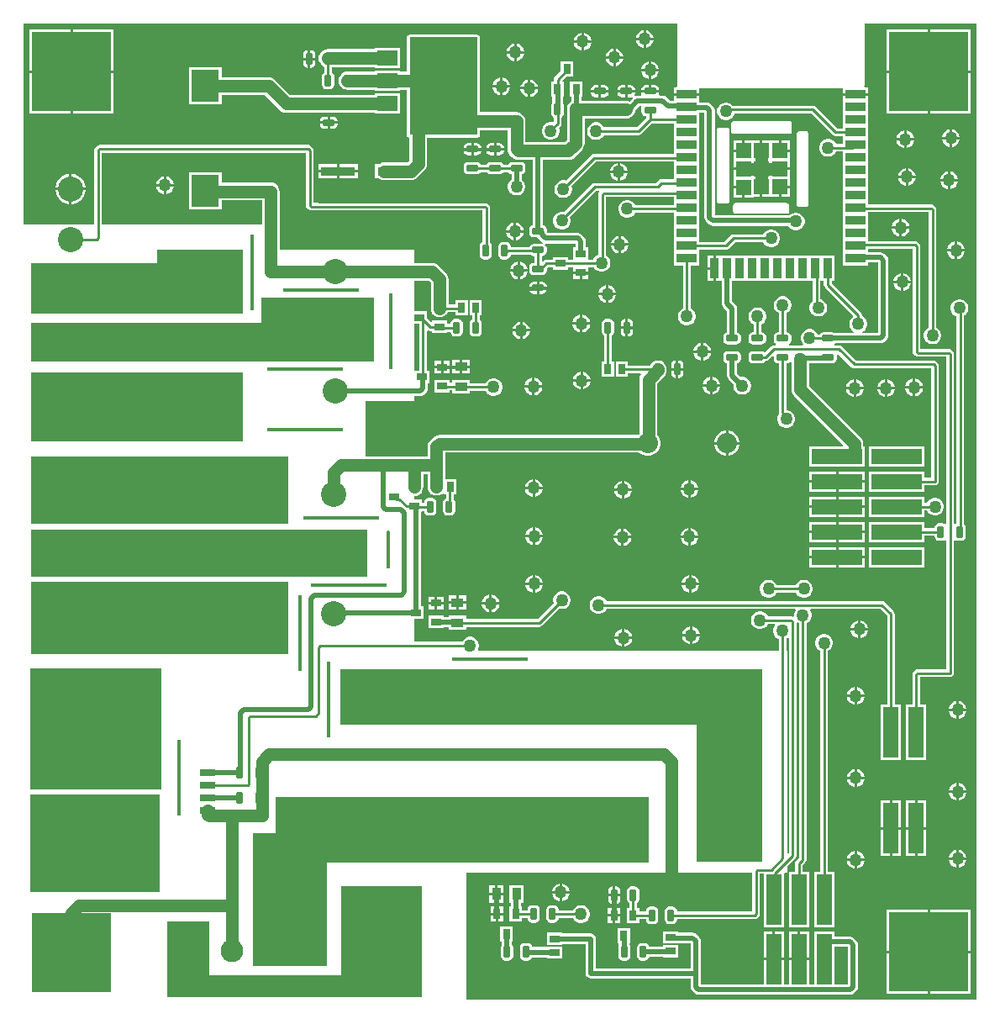
<source format=gtl>
G04*
G04 #@! TF.GenerationSoftware,Altium Limited,Altium Designer,21.0.8 (223)*
G04*
G04 Layer_Physical_Order=1*
G04 Layer_Color=255*
%FSLAX25Y25*%
%MOIN*%
G70*
G04*
G04 #@! TF.SameCoordinates,790BC176-E466-43CB-AF78-98272D84D4DC*
G04*
G04*
G04 #@! TF.FilePolarity,Positive*
G04*
G01*
G75*
%ADD10C,0.01000*%
%ADD19R,0.10984X0.12598*%
%ADD20R,0.03543X0.07874*%
%ADD21R,0.07874X0.03543*%
%ADD22R,0.04000X0.03000*%
G04:AMPARAMS|DCode=23|XSize=27.56mil|YSize=49.21mil|CornerRadius=6.89mil|HoleSize=0mil|Usage=FLASHONLY|Rotation=180.000|XOffset=0mil|YOffset=0mil|HoleType=Round|Shape=RoundedRectangle|*
%AMROUNDEDRECTD23*
21,1,0.02756,0.03543,0,0,180.0*
21,1,0.01378,0.04921,0,0,180.0*
1,1,0.01378,-0.00689,0.01772*
1,1,0.01378,0.00689,0.01772*
1,1,0.01378,0.00689,-0.01772*
1,1,0.01378,-0.00689,-0.01772*
%
%ADD23ROUNDEDRECTD23*%
%ADD24R,0.05910X0.03030*%
G04:AMPARAMS|DCode=27|XSize=27.56mil|YSize=49.21mil|CornerRadius=6.89mil|HoleSize=0mil|Usage=FLASHONLY|Rotation=90.000|XOffset=0mil|YOffset=0mil|HoleType=Round|Shape=RoundedRectangle|*
%AMROUNDEDRECTD27*
21,1,0.02756,0.03543,0,0,90.0*
21,1,0.01378,0.04921,0,0,90.0*
1,1,0.01378,0.01772,0.00689*
1,1,0.01378,0.01772,-0.00689*
1,1,0.01378,-0.01772,-0.00689*
1,1,0.01378,-0.01772,0.00689*
%
%ADD27ROUNDEDRECTD27*%
%ADD28R,0.05000X0.03500*%
%ADD29R,0.13583X0.03543*%
%ADD30R,0.08000X0.06000*%
%ADD31R,0.08000X0.15000*%
%ADD32R,0.03000X0.04000*%
%ADD33R,0.03500X0.05000*%
%ADD42R,0.06000X0.20000*%
%ADD44R,0.06000X0.20000*%
%ADD45R,0.20000X0.06000*%
%ADD47R,0.31500X0.31500*%
%ADD52C,0.05000*%
%ADD53R,0.02854X0.04000*%
%ADD54R,0.04000X0.02854*%
%ADD55C,0.02000*%
%ADD56C,0.05000*%
%ADD57C,0.02500*%
%ADD58R,1.00486X0.08500*%
%ADD59R,0.26014X0.71000*%
%ADD60R,1.47986X0.26100*%
%ADD61R,0.27000X0.38700*%
%ADD62R,0.52000X0.48000*%
%ADD63R,1.02000X0.29000*%
%ADD64R,1.02000X0.26500*%
%ADD65R,1.33500X0.18500*%
%ADD66R,0.51500X0.38500*%
%ADD67R,0.29486X0.52500*%
%ADD68R,0.31986X0.43900*%
%ADD69R,0.16500X0.30400*%
%ADD70R,1.67500X0.21900*%
%ADD71R,0.45000X0.25500*%
%ADD72R,1.36000X0.15500*%
%ADD73R,0.84000X0.27500*%
%ADD74R,0.34000X0.25500*%
%ADD75R,0.84000X0.20000*%
G04:AMPARAMS|DCode=76|XSize=300mil|YSize=15mil|CornerRadius=3.75mil|HoleSize=0mil|Usage=FLASHONLY|Rotation=180.000|XOffset=0mil|YOffset=0mil|HoleType=Round|Shape=RoundedRectangle|*
%AMROUNDEDRECTD76*
21,1,0.30000,0.00750,0,0,180.0*
21,1,0.29250,0.01500,0,0,180.0*
1,1,0.00750,-0.14625,0.00375*
1,1,0.00750,0.14625,0.00375*
1,1,0.00750,0.14625,-0.00375*
1,1,0.00750,-0.14625,-0.00375*
%
%ADD76ROUNDEDRECTD76*%
G04:AMPARAMS|DCode=77|XSize=300mil|YSize=15mil|CornerRadius=3.75mil|HoleSize=0mil|Usage=FLASHONLY|Rotation=90.000|XOffset=0mil|YOffset=0mil|HoleType=Round|Shape=RoundedRectangle|*
%AMROUNDEDRECTD77*
21,1,0.30000,0.00750,0,0,90.0*
21,1,0.29250,0.01500,0,0,90.0*
1,1,0.00750,0.00375,0.14625*
1,1,0.00750,0.00375,-0.14625*
1,1,0.00750,-0.00375,-0.14625*
1,1,0.00750,-0.00375,0.14625*
%
%ADD77ROUNDEDRECTD77*%
G04:AMPARAMS|DCode=78|XSize=150mil|YSize=15mil|CornerRadius=3.75mil|HoleSize=0mil|Usage=FLASHONLY|Rotation=90.000|XOffset=0mil|YOffset=0mil|HoleType=Round|Shape=RoundedRectangle|*
%AMROUNDEDRECTD78*
21,1,0.15000,0.00750,0,0,90.0*
21,1,0.14250,0.01500,0,0,90.0*
1,1,0.00750,0.00375,0.07125*
1,1,0.00750,0.00375,-0.07125*
1,1,0.00750,-0.00375,-0.07125*
1,1,0.00750,-0.00375,0.07125*
%
%ADD78ROUNDEDRECTD78*%
%ADD79C,0.11811*%
%ADD80R,0.11811X0.11811*%
%ADD81C,0.10000*%
%ADD82R,0.06000X0.06000*%
%ADD83R,0.08000X0.08000*%
%ADD84C,0.08000*%
%ADD85R,0.09055X0.09055*%
%ADD86C,0.09000*%
%ADD87R,0.10000X0.10000*%
G36*
X378929Y1071D02*
X176500D01*
Y51300D01*
X289971D01*
Y36029D01*
X260151D01*
Y36272D01*
X260020Y36931D01*
X259647Y37489D01*
X259088Y37863D01*
X258429Y37994D01*
X257051D01*
X256392Y37863D01*
X255834Y37489D01*
X255460Y36931D01*
X255329Y36272D01*
Y32728D01*
X255460Y32069D01*
X255834Y31511D01*
X256392Y31137D01*
X257051Y31006D01*
X258429D01*
X259088Y31137D01*
X259647Y31511D01*
X260020Y32069D01*
X260151Y32728D01*
Y32971D01*
X290914D01*
X291499Y33087D01*
X291996Y33419D01*
X292581Y34004D01*
X292913Y34501D01*
X293029Y35086D01*
Y50971D01*
X294500D01*
Y29800D01*
X302500D01*
Y50946D01*
X302854Y51300D01*
X304000Y51300D01*
X303900Y51400D01*
X303900Y51800D01*
Y53737D01*
X307081Y56919D01*
X307413Y57415D01*
X307529Y58000D01*
Y150414D01*
X307747Y150561D01*
X308029Y150654D01*
X308485Y150391D01*
Y57148D01*
X307419Y56081D01*
X307087Y55585D01*
X306971Y55000D01*
Y51800D01*
X304500D01*
Y29800D01*
X312500D01*
Y51800D01*
X310029D01*
Y54366D01*
X311053Y55390D01*
X311095Y55419D01*
X311427Y55915D01*
X311543Y56500D01*
Y150292D01*
X312249Y150699D01*
X312901Y151351D01*
X313362Y152149D01*
X313600Y153039D01*
Y153961D01*
X313362Y154851D01*
X313004Y155471D01*
X313241Y155971D01*
X340781D01*
X343471Y153281D01*
Y118000D01*
X341000D01*
Y96000D01*
X349000D01*
Y118000D01*
X346529D01*
Y153914D01*
X346413Y154499D01*
X346081Y154996D01*
X342496Y158581D01*
X342000Y158913D01*
X341414Y159029D01*
X232158Y159029D01*
X231801Y159649D01*
X231149Y160301D01*
X230351Y160761D01*
X229461Y161000D01*
X228539D01*
X227649Y160761D01*
X226851Y160301D01*
X226199Y159649D01*
X225739Y158851D01*
X225500Y157961D01*
Y157039D01*
X225739Y156149D01*
X226199Y155351D01*
X226851Y154699D01*
X227649Y154238D01*
X228539Y154000D01*
X229461D01*
X230351Y154238D01*
X231149Y154699D01*
X231801Y155351D01*
X232158Y155971D01*
X306960Y155971D01*
X307196Y155471D01*
X306838Y154851D01*
X306600Y153961D01*
Y153113D01*
X306413Y152949D01*
X306142Y152818D01*
X305999Y152913D01*
X305414Y153029D01*
X296159D01*
X295801Y153649D01*
X295149Y154301D01*
X294351Y154762D01*
X293461Y155000D01*
X292539D01*
X291649Y154762D01*
X290851Y154301D01*
X290199Y153649D01*
X289738Y152851D01*
X289500Y151961D01*
Y151039D01*
X289738Y150149D01*
X290199Y149351D01*
X290851Y148699D01*
X291649Y148239D01*
X292539Y148000D01*
X293461D01*
X294351Y148239D01*
X295149Y148699D01*
X295801Y149351D01*
X296159Y149971D01*
X298868D01*
X299059Y149509D01*
X299021Y149471D01*
X298560Y148672D01*
X298322Y147782D01*
Y146861D01*
X298560Y145971D01*
X299021Y145173D01*
X299673Y144521D01*
X300471Y144060D01*
Y139400D01*
X181401Y139400D01*
X181151Y139833D01*
X181276Y140049D01*
X181514Y140939D01*
Y141861D01*
X181276Y142751D01*
X180815Y143549D01*
X180163Y144201D01*
X179365Y144661D01*
X178475Y144900D01*
X177553D01*
X176663Y144661D01*
X175865Y144201D01*
X175213Y143549D01*
X174856Y142929D01*
X156000D01*
Y152000D01*
X159500D01*
Y157000D01*
X158553D01*
Y194250D01*
X159000D01*
Y194871D01*
X159849D01*
Y194728D01*
X159980Y194069D01*
X160353Y193511D01*
X160912Y193137D01*
X161571Y193006D01*
X162949D01*
X163608Y193137D01*
X164166Y193511D01*
X164540Y194069D01*
X164671Y194728D01*
Y198272D01*
X164540Y198931D01*
X164166Y199489D01*
X163608Y199863D01*
X162949Y199994D01*
X161571D01*
X160912Y199863D01*
X160353Y199489D01*
X159980Y198931D01*
X159849Y198272D01*
Y197929D01*
X159000D01*
Y199250D01*
X156000D01*
Y200720D01*
X156000Y200720D01*
X156914Y200840D01*
X157765Y201193D01*
X158491Y201750D01*
X159000D01*
Y202410D01*
X159057Y202485D01*
X159410Y203336D01*
X159530Y204250D01*
Y209470D01*
X161253D01*
Y204500D01*
X161374Y203586D01*
X161726Y202735D01*
X162287Y202004D01*
X162356Y201951D01*
Y201500D01*
X162944D01*
X163018Y201443D01*
X163870Y201090D01*
X164784Y200970D01*
X165697Y201090D01*
X166549Y201443D01*
X166623Y201500D01*
X167211D01*
Y201559D01*
X167289Y201615D01*
X167789Y201500D01*
Y201500D01*
X168463D01*
Y199877D01*
X168392Y199863D01*
X167833Y199489D01*
X167460Y198931D01*
X167329Y198272D01*
Y194728D01*
X167460Y194069D01*
X167833Y193511D01*
X168392Y193137D01*
X169051Y193006D01*
X170429D01*
X171088Y193137D01*
X171647Y193511D01*
X172020Y194069D01*
X172151Y194728D01*
Y198272D01*
X172020Y198931D01*
X171647Y199489D01*
X171522Y199573D01*
Y201500D01*
X172644D01*
Y207500D01*
X168314D01*
Y213000D01*
Y217945D01*
X245063D01*
X245434Y217574D01*
X246574Y216915D01*
X247846Y216575D01*
X249162D01*
X250434Y216915D01*
X251574Y217574D01*
X252505Y218505D01*
X253163Y219645D01*
X253504Y220917D01*
Y222233D01*
X253163Y223505D01*
X252505Y224645D01*
X252371Y224779D01*
Y245426D01*
X255073Y248128D01*
X255634Y248860D01*
X255987Y249711D01*
X256107Y250625D01*
Y250900D01*
X255987Y251814D01*
X255634Y252665D01*
X255073Y253396D01*
X255042Y253420D01*
X255040Y253431D01*
X254666Y253989D01*
X254108Y254363D01*
X253449Y254494D01*
X252071D01*
X251412Y254363D01*
X250853Y253989D01*
X250839Y253969D01*
X250812Y253957D01*
X250081Y253396D01*
X249520Y252665D01*
X249445Y252485D01*
X249389Y252429D01*
X240644D01*
Y254000D01*
X235789D01*
Y248000D01*
X240644D01*
Y249371D01*
X245769D01*
X245990Y248922D01*
X245784Y248654D01*
X245431Y247802D01*
X245311Y246888D01*
Y225453D01*
X244863Y225005D01*
X165994D01*
X165080Y224885D01*
X164229Y224532D01*
X163498Y223971D01*
X162287Y222761D01*
X161726Y222029D01*
X161374Y221178D01*
X161253Y220264D01*
Y216530D01*
X136500D01*
Y238500D01*
X156000D01*
Y240261D01*
X158242D01*
X159023Y240416D01*
X159684Y240858D01*
X160856Y242030D01*
X160856Y242030D01*
X161298Y242691D01*
X161453Y243472D01*
Y245500D01*
X162000D01*
Y250500D01*
X160943D01*
Y266127D01*
X161443Y266394D01*
X161679Y266237D01*
X162264Y266121D01*
X163000D01*
Y265250D01*
X169000D01*
Y265871D01*
X170349D01*
Y265728D01*
X170480Y265069D01*
X170853Y264511D01*
X171412Y264137D01*
X172071Y264006D01*
X173449D01*
X174108Y264137D01*
X174667Y264511D01*
X175040Y265069D01*
X175171Y265728D01*
Y269272D01*
X175040Y269931D01*
X174667Y270489D01*
X174108Y270863D01*
X173449Y270994D01*
X172071D01*
X171412Y270863D01*
X170853Y270489D01*
X170480Y269931D01*
X170349Y269272D01*
Y268929D01*
X169000D01*
Y270250D01*
X163000D01*
Y269784D01*
X162500Y269577D01*
X161000Y271077D01*
Y274000D01*
X156000D01*
Y286110D01*
X161623D01*
X162484Y285249D01*
Y275150D01*
X162604Y274236D01*
X162957Y273385D01*
X163000Y273329D01*
Y272750D01*
X163444D01*
X163518Y272654D01*
X164249Y272093D01*
X165100Y271740D01*
X166014Y271620D01*
X166928Y271740D01*
X167779Y272093D01*
X168510Y272654D01*
X168584Y272750D01*
X169000D01*
Y273292D01*
X169071Y273385D01*
X169169Y273621D01*
X172356D01*
Y272500D01*
X177211D01*
Y278500D01*
X172356D01*
Y276679D01*
X169544D01*
Y286711D01*
X169424Y287625D01*
X169071Y288476D01*
X168510Y289207D01*
X165581Y292136D01*
X164850Y292697D01*
X163999Y293050D01*
X163085Y293170D01*
X156000D01*
Y298500D01*
X102544D01*
Y308400D01*
X156000Y308400D01*
Y308400D01*
X102544D01*
Y321534D01*
X102424Y322447D01*
X102071Y323299D01*
X101510Y324030D01*
X100779Y324591D01*
X99928Y324944D01*
X99014Y325064D01*
X79492D01*
Y328933D01*
X66508D01*
Y314335D01*
X79492D01*
Y318004D01*
X95484D01*
Y308400D01*
X32029Y308400D01*
Y336871D01*
X112971D01*
Y316086D01*
X113087Y315500D01*
X113419Y315004D01*
X114004Y314419D01*
X114500Y314087D01*
X115086Y313971D01*
X182971D01*
Y301374D01*
X182912Y301363D01*
X182353Y300989D01*
X181980Y300431D01*
X181849Y299772D01*
Y296228D01*
X181980Y295569D01*
X182353Y295011D01*
X182912Y294637D01*
X183571Y294506D01*
X184949D01*
X185608Y294637D01*
X186167Y295011D01*
X186540Y295569D01*
X186671Y296228D01*
Y299772D01*
X186540Y300431D01*
X186167Y300989D01*
X186029Y301081D01*
Y314914D01*
X185913Y315499D01*
X185581Y315996D01*
X184996Y316581D01*
X184500Y316913D01*
X183914Y317029D01*
X116029D01*
Y337814D01*
X115913Y338400D01*
X115581Y338896D01*
X114996Y339481D01*
X114499Y339813D01*
X113914Y339929D01*
X31086D01*
X30501Y339813D01*
X30004Y339481D01*
X29419Y338896D01*
X29087Y338400D01*
X28971Y337814D01*
Y308400D01*
X20694D01*
X20191Y308500D01*
X19009D01*
X18506Y308400D01*
X1071D01*
Y387929D01*
X260129D01*
Y380200D01*
Y372200D01*
Y363400D01*
X260155Y363272D01*
X259801Y362772D01*
X259063D01*
Y360500D01*
X268937D01*
Y362329D01*
X325992Y362329D01*
Y360500D01*
X335866D01*
Y362772D01*
X334799D01*
X334445Y363272D01*
X334471Y363400D01*
Y387929D01*
X378929D01*
Y1071D01*
D02*
G37*
G36*
X157885Y250500D02*
X156000D01*
X156000Y251000D01*
Y269000D01*
X157885D01*
Y250500D01*
D02*
G37*
G36*
X304471Y144368D02*
Y59021D01*
X304400Y58974D01*
X303900Y59241D01*
X303900Y139400D01*
X303529D01*
Y144266D01*
X303971Y144521D01*
X304009Y144559D01*
X304471Y144368D01*
D02*
G37*
%LPC*%
G36*
X247800Y385490D02*
Y382500D01*
X250789D01*
X250561Y383351D01*
X250101Y384149D01*
X249449Y384801D01*
X248651Y385262D01*
X247800Y385490D01*
D02*
G37*
G36*
X246800D02*
X245949Y385262D01*
X245151Y384801D01*
X244499Y384149D01*
X244039Y383351D01*
X243811Y382500D01*
X246800D01*
Y385490D01*
D02*
G37*
G36*
X223200Y384389D02*
Y381400D01*
X226189D01*
X225961Y382251D01*
X225501Y383049D01*
X224849Y383701D01*
X224051Y384161D01*
X223200Y384389D01*
D02*
G37*
G36*
X222200D02*
X221349Y384161D01*
X220551Y383701D01*
X219899Y383049D01*
X219439Y382251D01*
X219211Y381400D01*
X222200D01*
Y384389D01*
D02*
G37*
G36*
X250789Y381500D02*
X247800D01*
Y378510D01*
X248651Y378738D01*
X249449Y379199D01*
X250101Y379851D01*
X250561Y380649D01*
X250789Y381500D01*
D02*
G37*
G36*
X246800D02*
X243811D01*
X244039Y380649D01*
X244499Y379851D01*
X245151Y379199D01*
X245949Y378738D01*
X246800Y378510D01*
Y381500D01*
D02*
G37*
G36*
X226189Y380400D02*
X223200D01*
Y377411D01*
X224051Y377639D01*
X224849Y378099D01*
X225501Y378751D01*
X225961Y379549D01*
X226189Y380400D01*
D02*
G37*
G36*
X222200D02*
X219211D01*
X219439Y379549D01*
X219899Y378751D01*
X220551Y378099D01*
X221349Y377639D01*
X222200Y377411D01*
Y380400D01*
D02*
G37*
G36*
X196500Y380189D02*
Y377200D01*
X199489D01*
X199261Y378051D01*
X198801Y378849D01*
X198149Y379501D01*
X197351Y379961D01*
X196500Y380189D01*
D02*
G37*
G36*
X195500D02*
X194649Y379961D01*
X193851Y379501D01*
X193199Y378849D01*
X192738Y378051D01*
X192510Y377200D01*
X195500D01*
Y380189D01*
D02*
G37*
G36*
X235800Y378189D02*
Y375200D01*
X238790D01*
X238562Y376051D01*
X238101Y376849D01*
X237449Y377501D01*
X236651Y377961D01*
X235800Y378189D01*
D02*
G37*
G36*
X234800D02*
X233949Y377961D01*
X233151Y377501D01*
X232499Y376849D01*
X232038Y376051D01*
X231810Y375200D01*
X234800D01*
Y378189D01*
D02*
G37*
G36*
X114949Y377494D02*
X114760D01*
Y374500D01*
X116671D01*
Y375772D01*
X116540Y376431D01*
X116166Y376989D01*
X115608Y377363D01*
X114949Y377494D01*
D02*
G37*
G36*
X113760D02*
X113571D01*
X112912Y377363D01*
X112353Y376989D01*
X111980Y376431D01*
X111849Y375772D01*
Y374500D01*
X113760D01*
Y377494D01*
D02*
G37*
G36*
X199489Y376200D02*
X196500D01*
Y373211D01*
X197351Y373439D01*
X198149Y373899D01*
X198801Y374551D01*
X199261Y375349D01*
X199489Y376200D01*
D02*
G37*
G36*
X195500D02*
X192510D01*
X192738Y375349D01*
X193199Y374551D01*
X193851Y373899D01*
X194649Y373439D01*
X195500Y373211D01*
Y376200D01*
D02*
G37*
G36*
X238790Y374200D02*
X235800D01*
Y371211D01*
X236651Y371439D01*
X237449Y371899D01*
X238101Y372551D01*
X238562Y373349D01*
X238790Y374200D01*
D02*
G37*
G36*
X234800D02*
X231810D01*
X232038Y373349D01*
X232499Y372551D01*
X233151Y371899D01*
X233949Y371439D01*
X234800Y371211D01*
Y374200D01*
D02*
G37*
G36*
X150250Y378560D02*
X140250D01*
Y377930D01*
X121514D01*
X120600Y377810D01*
X119749Y377457D01*
X119018Y376896D01*
X118457Y376165D01*
X118104Y375314D01*
X117984Y374400D01*
X118104Y373486D01*
X118457Y372635D01*
X119018Y371904D01*
X119467Y371559D01*
X119834Y371011D01*
X120245Y370736D01*
Y368751D01*
X119853Y368489D01*
X119480Y367931D01*
X119349Y367272D01*
Y363728D01*
X119480Y363069D01*
X119853Y362511D01*
X120412Y362137D01*
X121071Y362006D01*
X122449D01*
X123108Y362137D01*
X123667Y362511D01*
X124040Y363069D01*
X124171Y363728D01*
Y367272D01*
X124040Y367931D01*
X123667Y368489D01*
X123303Y368732D01*
Y370781D01*
X123436Y370870D01*
X140250D01*
Y370560D01*
X150250D01*
Y378560D01*
D02*
G37*
G36*
X116671Y373500D02*
X114760D01*
Y370506D01*
X114949D01*
X115608Y370637D01*
X116166Y371011D01*
X116540Y371569D01*
X116671Y372228D01*
Y373500D01*
D02*
G37*
G36*
X113760D02*
X111849D01*
Y372228D01*
X111980Y371569D01*
X112353Y371011D01*
X112912Y370637D01*
X113571Y370506D01*
X113760D01*
Y373500D01*
D02*
G37*
G36*
X250000Y373090D02*
Y370100D01*
X252990D01*
X252762Y370951D01*
X252301Y371749D01*
X251649Y372401D01*
X250851Y372862D01*
X250000Y373090D01*
D02*
G37*
G36*
X249000D02*
X248149Y372862D01*
X247351Y372401D01*
X246699Y371749D01*
X246238Y370951D01*
X246010Y370100D01*
X249000D01*
Y373090D01*
D02*
G37*
G36*
X376750Y385750D02*
X360500D01*
Y369500D01*
X376750D01*
Y385750D01*
D02*
G37*
G36*
X359500D02*
X343250D01*
Y369500D01*
X359500D01*
Y385750D01*
D02*
G37*
G36*
X36750D02*
X20500D01*
Y369500D01*
X36750D01*
Y385750D01*
D02*
G37*
G36*
X19500D02*
X3250D01*
Y369500D01*
X19500D01*
Y385750D01*
D02*
G37*
G36*
X181014Y383620D02*
X154014D01*
X153624Y383542D01*
X153293Y383321D01*
X153072Y382990D01*
X152995Y382600D01*
Y368930D01*
X150250D01*
Y369500D01*
X140250D01*
Y368930D01*
X130248D01*
X129929Y368994D01*
X128551D01*
X127892Y368863D01*
X127333Y368489D01*
X126960Y367931D01*
X126953Y367894D01*
X126394Y367165D01*
X126041Y366314D01*
X125921Y365400D01*
X126041Y364486D01*
X126394Y363635D01*
X126955Y362904D01*
X127193Y362721D01*
X127333Y362511D01*
X127892Y362137D01*
X128449Y362027D01*
X128537Y361990D01*
X129451Y361870D01*
X140250D01*
Y361500D01*
X150250D01*
Y361870D01*
X152995D01*
Y343900D01*
X153072Y343510D01*
X153293Y343179D01*
X153624Y342958D01*
X153984Y342886D01*
Y333891D01*
X153123Y333030D01*
X144000D01*
X143086Y332910D01*
X142235Y332557D01*
X141863Y332272D01*
X140429D01*
Y326728D01*
X141863D01*
X142235Y326443D01*
X143086Y326090D01*
X144000Y325970D01*
X154500D01*
X154543Y325975D01*
X154585Y325970D01*
X155499Y326090D01*
X156350Y326443D01*
X157081Y327004D01*
X160010Y329933D01*
X160571Y330664D01*
X160924Y331515D01*
X161044Y332429D01*
Y342880D01*
X181014D01*
X181404Y342958D01*
X181735Y343179D01*
X181956Y343510D01*
X182034Y343900D01*
Y345870D01*
X193047D01*
Y339133D01*
X193006Y338929D01*
Y338507D01*
X192984Y338337D01*
X193006Y338167D01*
Y337551D01*
X193137Y336892D01*
X193511Y336333D01*
X193776Y336156D01*
X194018Y335841D01*
X194755Y335104D01*
X195486Y334543D01*
X196337Y334190D01*
X197251Y334070D01*
X202975D01*
Y308101D01*
X202569Y308020D01*
X202011Y307647D01*
X201637Y307088D01*
X201506Y306429D01*
Y305051D01*
X201637Y304392D01*
X202011Y303834D01*
X202569Y303460D01*
X203228Y303329D01*
X204769D01*
X205033Y302935D01*
X206509Y301458D01*
X206989Y301137D01*
X206794Y300666D01*
X206772Y300671D01*
X203228D01*
X202569Y300540D01*
X202011Y300167D01*
X201637Y299608D01*
X201610Y299471D01*
X194151D01*
Y299772D01*
X194020Y300431D01*
X193647Y300989D01*
X193088Y301363D01*
X192429Y301494D01*
X191051D01*
X190392Y301363D01*
X189833Y300989D01*
X189460Y300431D01*
X189329Y299772D01*
Y296228D01*
X189460Y295569D01*
X189833Y295011D01*
X190392Y294637D01*
X191051Y294506D01*
X192429D01*
X193088Y294637D01*
X193647Y295011D01*
X194020Y295569D01*
X194151Y296228D01*
Y296412D01*
X201971D01*
X202011Y296353D01*
X202569Y295980D01*
X203228Y295849D01*
X203485D01*
Y293151D01*
X203228D01*
X202569Y293020D01*
X202011Y292647D01*
X201637Y292088D01*
X201506Y291429D01*
Y290051D01*
X201637Y289392D01*
X202011Y288833D01*
X202569Y288460D01*
X203228Y288329D01*
X206772D01*
X207431Y288460D01*
X207989Y288833D01*
X208363Y289392D01*
X208494Y290051D01*
Y290874D01*
X208990Y291371D01*
X211000D01*
Y290500D01*
X217000D01*
Y291371D01*
X219000D01*
Y289750D01*
X222000D01*
X225000D01*
Y291371D01*
X227218D01*
X227406Y291044D01*
X228058Y290392D01*
X228856Y289931D01*
X229746Y289693D01*
X230668D01*
X231558Y289931D01*
X232356Y290392D01*
X233008Y291044D01*
X233469Y291842D01*
X233707Y292732D01*
Y293654D01*
X233469Y294544D01*
X233008Y295342D01*
X232356Y295994D01*
X232029Y296182D01*
Y319271D01*
X259063D01*
Y316129D01*
X243572D01*
X243215Y316749D01*
X242563Y317401D01*
X241765Y317862D01*
X240875Y318100D01*
X239953D01*
X239063Y317862D01*
X238265Y317401D01*
X237613Y316749D01*
X237153Y315951D01*
X236914Y315061D01*
Y314139D01*
X237153Y313249D01*
X237613Y312451D01*
X238265Y311799D01*
X239063Y311338D01*
X239953Y311100D01*
X240875D01*
X241765Y311338D01*
X242563Y311799D01*
X243215Y312451D01*
X243572Y313071D01*
X259063D01*
Y307228D01*
Y302228D01*
Y297228D01*
Y292228D01*
X262471D01*
Y275159D01*
X261851Y274801D01*
X261199Y274149D01*
X260738Y273351D01*
X260500Y272461D01*
Y271539D01*
X260738Y270649D01*
X261199Y269851D01*
X261851Y269199D01*
X262649Y268739D01*
X263539Y268500D01*
X264461D01*
X265351Y268739D01*
X266149Y269199D01*
X266801Y269851D01*
X267262Y270649D01*
X267500Y271539D01*
Y272461D01*
X267262Y273351D01*
X266801Y274149D01*
X266149Y274801D01*
X265529Y275159D01*
Y292228D01*
X268937D01*
Y298371D01*
X279514D01*
X280099Y298487D01*
X280595Y298819D01*
X283148Y301371D01*
X294356D01*
X294713Y300751D01*
X295365Y300099D01*
X296163Y299639D01*
X297053Y299400D01*
X297975D01*
X298865Y299639D01*
X299663Y300099D01*
X300315Y300751D01*
X300776Y301549D01*
X301014Y302439D01*
Y303361D01*
X300776Y304251D01*
X300315Y305049D01*
X299663Y305701D01*
X298865Y306161D01*
X297975Y306400D01*
X297053D01*
X296163Y306161D01*
X295365Y305701D01*
X294713Y305049D01*
X294356Y304429D01*
X282514D01*
X281929Y304313D01*
X281433Y303981D01*
X278881Y301429D01*
X268937D01*
Y307228D01*
Y312228D01*
Y317228D01*
Y322228D01*
Y327228D01*
Y332228D01*
Y337228D01*
Y342228D01*
Y347228D01*
Y352798D01*
X271061D01*
Y311072D01*
X271216Y310291D01*
X271658Y309630D01*
X272830Y308458D01*
X272830Y308458D01*
X273491Y308016D01*
X274272Y307861D01*
X304263D01*
X304499Y307451D01*
X305151Y306799D01*
X305949Y306339D01*
X306839Y306100D01*
X307761D01*
X308651Y306339D01*
X309449Y306799D01*
X310101Y307451D01*
X310561Y308249D01*
X310800Y309139D01*
Y310061D01*
X310561Y310951D01*
X310101Y311749D01*
X309449Y312401D01*
X308651Y312861D01*
X307761Y313100D01*
X306839D01*
X305949Y312861D01*
X305151Y312401D01*
X304689Y311939D01*
X275139D01*
Y353665D01*
X274984Y354446D01*
X274542Y355107D01*
X274542Y355107D01*
X273370Y356279D01*
X272709Y356721D01*
X271928Y356876D01*
X268937D01*
Y359500D01*
X259063D01*
Y357439D01*
X257359D01*
X255881Y358917D01*
X255220Y359359D01*
X254439Y359514D01*
X253166D01*
X252887Y360014D01*
X252994Y360551D01*
Y360740D01*
X249500D01*
X246006D01*
Y360551D01*
X246113Y360014D01*
X245834Y359514D01*
X244412D01*
X243631Y359359D01*
X243588Y359330D01*
X243228Y359690D01*
X243363Y359892D01*
X243494Y360551D01*
Y360740D01*
X240500D01*
Y358829D01*
X241772D01*
X242275Y358929D01*
X242522Y358469D01*
X241280Y357227D01*
X240928Y357373D01*
X240014Y357493D01*
X222341D01*
Y359000D01*
X222750D01*
Y365000D01*
X217750D01*
Y359000D01*
X218263D01*
Y357463D01*
X218249Y357457D01*
X217518Y356896D01*
X216957Y356165D01*
X216604Y355314D01*
X216484Y354400D01*
Y341991D01*
X215623Y341130D01*
X200107D01*
Y349400D01*
X199987Y350314D01*
X199634Y351165D01*
X199073Y351896D01*
X198342Y352457D01*
X197491Y352810D01*
X196577Y352930D01*
X182034D01*
Y382600D01*
X181956Y382990D01*
X181735Y383321D01*
X181404Y383542D01*
X181014Y383620D01*
D02*
G37*
G36*
X252990Y369100D02*
X250000D01*
Y366110D01*
X250851Y366338D01*
X251649Y366799D01*
X252301Y367451D01*
X252762Y368249D01*
X252990Y369100D01*
D02*
G37*
G36*
X249000D02*
X246010D01*
X246238Y368249D01*
X246699Y367451D01*
X247351Y366799D01*
X248149Y366338D01*
X249000Y366110D01*
Y369100D01*
D02*
G37*
G36*
X191000Y366589D02*
Y363600D01*
X193990D01*
X193762Y364451D01*
X193301Y365249D01*
X192649Y365901D01*
X191851Y366361D01*
X191000Y366589D01*
D02*
G37*
G36*
X190000D02*
X189149Y366361D01*
X188351Y365901D01*
X187699Y365249D01*
X187239Y364451D01*
X187011Y363600D01*
X190000D01*
Y366589D01*
D02*
G37*
G36*
X202100Y365890D02*
Y362900D01*
X205089D01*
X204861Y363751D01*
X204401Y364549D01*
X203749Y365201D01*
X202951Y365662D01*
X202100Y365890D01*
D02*
G37*
G36*
X201100D02*
X200249Y365662D01*
X199451Y365201D01*
X198799Y364549D01*
X198338Y363751D01*
X198110Y362900D01*
X201100D01*
Y365890D01*
D02*
G37*
G36*
X251272Y363651D02*
X250000D01*
Y361740D01*
X252994D01*
Y361929D01*
X252863Y362588D01*
X252489Y363147D01*
X251931Y363520D01*
X251272Y363651D01*
D02*
G37*
G36*
X231272D02*
X230000D01*
Y361740D01*
X232994D01*
Y361929D01*
X232863Y362588D01*
X232489Y363147D01*
X231931Y363520D01*
X231272Y363651D01*
D02*
G37*
G36*
X241772D02*
X240500D01*
Y361740D01*
X243494D01*
Y361929D01*
X243363Y362588D01*
X242989Y363147D01*
X242431Y363520D01*
X241772Y363651D01*
D02*
G37*
G36*
X239500D02*
X238228D01*
X237569Y363520D01*
X237011Y363147D01*
X236637Y362588D01*
X236506Y361929D01*
Y361740D01*
X239500D01*
Y363651D01*
D02*
G37*
G36*
X249000D02*
X247728D01*
X247069Y363520D01*
X246511Y363147D01*
X246137Y362588D01*
X246006Y361929D01*
Y361740D01*
X249000D01*
Y363651D01*
D02*
G37*
G36*
X229000D02*
X227728D01*
X227069Y363520D01*
X226511Y363147D01*
X226137Y362588D01*
X226006Y361929D01*
Y361740D01*
X229000D01*
Y363651D01*
D02*
G37*
G36*
X193990Y362600D02*
X191000D01*
Y359611D01*
X191851Y359839D01*
X192649Y360299D01*
X193301Y360951D01*
X193762Y361749D01*
X193990Y362600D01*
D02*
G37*
G36*
X190000D02*
X187011D01*
X187239Y361749D01*
X187699Y360951D01*
X188351Y360299D01*
X189149Y359839D01*
X190000Y359611D01*
Y362600D01*
D02*
G37*
G36*
X205089Y361900D02*
X202100D01*
Y358910D01*
X202951Y359138D01*
X203749Y359599D01*
X204401Y360251D01*
X204861Y361049D01*
X205089Y361900D01*
D02*
G37*
G36*
X201100D02*
X198110D01*
X198338Y361049D01*
X198799Y360251D01*
X199451Y359599D01*
X200249Y359138D01*
X201100Y358910D01*
Y361900D01*
D02*
G37*
G36*
X239500Y360740D02*
X236506D01*
Y360551D01*
X236637Y359892D01*
X237011Y359333D01*
X237569Y358960D01*
X238228Y358829D01*
X239500D01*
Y360740D01*
D02*
G37*
G36*
X232994D02*
X230000D01*
Y358829D01*
X231272D01*
X231931Y358960D01*
X232489Y359333D01*
X232863Y359892D01*
X232994Y360551D01*
Y360740D01*
D02*
G37*
G36*
X229000D02*
X226006D01*
Y360551D01*
X226137Y359892D01*
X226511Y359333D01*
X227069Y358960D01*
X227728Y358829D01*
X229000D01*
Y360740D01*
D02*
G37*
G36*
X79492Y370665D02*
X66508D01*
Y356067D01*
X79492D01*
Y359736D01*
X96686D01*
X102638Y353784D01*
X103369Y353223D01*
X104220Y352870D01*
X105134Y352750D01*
X140250D01*
Y352440D01*
X150250D01*
Y360440D01*
X140250D01*
Y359810D01*
X106596D01*
X100644Y365762D01*
X99913Y366323D01*
X99062Y366676D01*
X98148Y366796D01*
X79492D01*
Y370665D01*
D02*
G37*
G36*
X376750Y368500D02*
X360500D01*
Y352250D01*
X376750D01*
Y368500D01*
D02*
G37*
G36*
X359500D02*
X343250D01*
Y352250D01*
X359500D01*
Y368500D01*
D02*
G37*
G36*
X36750D02*
X20500D01*
Y352250D01*
X36750D01*
Y368500D01*
D02*
G37*
G36*
X19500D02*
X3250D01*
Y352250D01*
X19500D01*
Y368500D01*
D02*
G37*
G36*
X123772Y351171D02*
X122500D01*
Y349260D01*
X125494D01*
Y349449D01*
X125363Y350108D01*
X124989Y350666D01*
X124431Y351040D01*
X123772Y351171D01*
D02*
G37*
G36*
X121500D02*
X120228D01*
X119569Y351040D01*
X119011Y350666D01*
X118637Y350108D01*
X118506Y349449D01*
Y349260D01*
X121500D01*
Y351171D01*
D02*
G37*
G36*
X219000Y373000D02*
X214000D01*
Y369163D01*
X211769Y366931D01*
X211437Y366435D01*
X211321Y365850D01*
Y365000D01*
X210250D01*
Y359000D01*
X210773D01*
Y356869D01*
X210480Y356431D01*
X210349Y355772D01*
Y352228D01*
X210480Y351569D01*
X210853Y351011D01*
X211365Y350669D01*
Y349284D01*
X210901Y348909D01*
X210561Y349000D01*
X209639D01*
X208749Y348762D01*
X207951Y348301D01*
X207299Y347649D01*
X206838Y346851D01*
X206600Y345961D01*
Y345039D01*
X206838Y344149D01*
X207299Y343351D01*
X207951Y342699D01*
X208749Y342238D01*
X209639Y342000D01*
X210561D01*
X211451Y342238D01*
X212249Y342699D01*
X212901Y343351D01*
X213362Y344149D01*
X213600Y345039D01*
Y345961D01*
X213400Y346706D01*
X213975Y347281D01*
X214307Y347778D01*
X214423Y348363D01*
Y350848D01*
X214667Y351011D01*
X215040Y351569D01*
X215171Y352228D01*
Y355772D01*
X215040Y356431D01*
X214851Y356713D01*
Y359000D01*
X215250D01*
Y365000D01*
X214870D01*
X214663Y365500D01*
X216163Y367000D01*
X219000D01*
Y373000D01*
D02*
G37*
G36*
X335866Y359500D02*
X325992D01*
Y357228D01*
Y352228D01*
Y346529D01*
X323634D01*
X315181Y354981D01*
X314685Y355313D01*
X314100Y355429D01*
X282412D01*
X282401Y355449D01*
X281749Y356101D01*
X280951Y356561D01*
X280061Y356800D01*
X279139D01*
X278249Y356561D01*
X277451Y356101D01*
X276799Y355449D01*
X276339Y354651D01*
X276100Y353761D01*
Y352839D01*
X276339Y351949D01*
X276799Y351151D01*
X277451Y350499D01*
X278249Y350039D01*
X279139Y349800D01*
X280061D01*
X280951Y350039D01*
X281749Y350499D01*
X282401Y351151D01*
X282861Y351949D01*
X282974Y352371D01*
X313467D01*
X321919Y343919D01*
X322415Y343587D01*
X323000Y343471D01*
X325992D01*
Y340329D01*
X323258D01*
X322901Y340949D01*
X322249Y341601D01*
X321451Y342061D01*
X320561Y342300D01*
X319639D01*
X318749Y342061D01*
X317951Y341601D01*
X317299Y340949D01*
X316839Y340151D01*
X316600Y339261D01*
Y338339D01*
X316839Y337449D01*
X317299Y336651D01*
X317951Y335999D01*
X318749Y335539D01*
X319639Y335300D01*
X320561D01*
X321451Y335539D01*
X322249Y335999D01*
X322901Y336651D01*
X323258Y337271D01*
X325992D01*
Y332228D01*
Y327228D01*
Y322228D01*
Y317228D01*
Y312228D01*
Y307228D01*
Y302307D01*
Y297228D01*
Y292228D01*
X335866D01*
Y293298D01*
X339975D01*
Y265376D01*
X333723D01*
X333589Y265876D01*
X334149Y266199D01*
X334801Y266851D01*
X335262Y267649D01*
X335500Y268539D01*
Y269461D01*
X335262Y270351D01*
X334801Y271149D01*
X334149Y271801D01*
X333529Y272159D01*
Y272500D01*
X333413Y273085D01*
X333081Y273581D01*
X321494Y285169D01*
Y286126D01*
X322736D01*
Y296000D01*
X297736D01*
Y296037D01*
X292193D01*
Y296000D01*
X275465D01*
Y291063D01*
Y286126D01*
X277975D01*
Y276900D01*
X278130Y276120D01*
X278572Y275458D01*
X279975Y274055D01*
Y265601D01*
X279569Y265520D01*
X279011Y265147D01*
X278637Y264588D01*
X278506Y263929D01*
Y262551D01*
X278637Y261892D01*
X279011Y261333D01*
X279569Y260960D01*
X280228Y260829D01*
X283772D01*
X284431Y260960D01*
X284989Y261333D01*
X285363Y261892D01*
X285494Y262551D01*
Y263929D01*
X285363Y264588D01*
X284989Y265147D01*
X284431Y265520D01*
X284053Y265595D01*
Y274900D01*
X283898Y275680D01*
X283456Y276342D01*
X282053Y277745D01*
Y286126D01*
X292736D01*
Y286163D01*
X297193D01*
Y286126D01*
X313985D01*
Y278134D01*
X313399Y277549D01*
X312938Y276751D01*
X312700Y275861D01*
Y274939D01*
X312938Y274049D01*
X313399Y273251D01*
X314051Y272599D01*
X314849Y272139D01*
X315739Y271900D01*
X316661D01*
X317551Y272139D01*
X318349Y272599D01*
X319001Y273251D01*
X319461Y274049D01*
X319700Y274939D01*
Y275861D01*
X319461Y276751D01*
X319001Y277549D01*
X318349Y278201D01*
X317551Y278661D01*
X317043Y278798D01*
Y286126D01*
X318435D01*
Y284535D01*
X318552Y283950D01*
X318883Y283454D01*
X329995Y272342D01*
X329930Y271846D01*
X329851Y271801D01*
X329199Y271149D01*
X328738Y270351D01*
X328500Y269461D01*
Y268539D01*
X328738Y267649D01*
X329199Y266851D01*
X329851Y266199D01*
X330411Y265876D01*
X330277Y265376D01*
X322646D01*
X322431Y265520D01*
X321772Y265651D01*
X318228D01*
X317569Y265520D01*
X317011Y265147D01*
X316779Y264799D01*
X315968D01*
X315535Y265549D01*
X314884Y266201D01*
X314086Y266662D01*
X313195Y266900D01*
X312274D01*
X311384Y266662D01*
X310585Y266201D01*
X309934Y265549D01*
X309473Y264751D01*
X309234Y263861D01*
Y262939D01*
X309473Y262049D01*
X309934Y261251D01*
X310192Y260992D01*
X309985Y260492D01*
X304819D01*
X304756Y260577D01*
X304874Y261257D01*
X304989Y261333D01*
X305363Y261892D01*
X305494Y262551D01*
Y263929D01*
X305363Y264588D01*
X304989Y265147D01*
X304431Y265520D01*
X303772Y265651D01*
X303543D01*
Y273241D01*
X304163Y273599D01*
X304815Y274251D01*
X305276Y275049D01*
X305514Y275939D01*
Y276861D01*
X305276Y277751D01*
X304815Y278549D01*
X304163Y279201D01*
X303365Y279661D01*
X302475Y279900D01*
X301553D01*
X300663Y279661D01*
X299865Y279201D01*
X299213Y278549D01*
X298753Y277751D01*
X298514Y276861D01*
Y275939D01*
X298753Y275049D01*
X299213Y274251D01*
X299865Y273599D01*
X300485Y273241D01*
Y265651D01*
X300228D01*
X299569Y265520D01*
X299011Y265147D01*
X298637Y264588D01*
X298506Y263929D01*
Y262551D01*
X298637Y261892D01*
X299011Y261333D01*
X299126Y261257D01*
X299243Y260577D01*
X299182Y260492D01*
X298563D01*
X297978Y260376D01*
X297481Y260044D01*
X295093Y257656D01*
X294989Y257666D01*
X294431Y258040D01*
X293772Y258171D01*
X290228D01*
X289569Y258040D01*
X289011Y257666D01*
X288637Y257108D01*
X288506Y256449D01*
Y255071D01*
X288637Y254412D01*
X289011Y253853D01*
X289569Y253480D01*
X290228Y253349D01*
X293772D01*
X294431Y253480D01*
X294989Y253853D01*
X295251Y254245D01*
X295375D01*
X295960Y254362D01*
X296456Y254693D01*
X298006Y256243D01*
X298506Y256036D01*
Y255071D01*
X298637Y254412D01*
X299011Y253853D01*
X299569Y253480D01*
X300228Y253349D01*
X300471D01*
Y233896D01*
X300587Y233311D01*
X300612Y233274D01*
X300253Y232651D01*
X300014Y231761D01*
Y230839D01*
X300253Y229949D01*
X300713Y229151D01*
X301365Y228499D01*
X302163Y228039D01*
X303053Y227800D01*
X303975D01*
X304865Y228039D01*
X305663Y228499D01*
X306315Y229151D01*
X306776Y229949D01*
X307014Y230839D01*
Y231761D01*
X306776Y232651D01*
X306315Y233449D01*
X305663Y234101D01*
X304865Y234561D01*
X303975Y234800D01*
X303529D01*
Y253349D01*
X303772D01*
X304431Y253480D01*
X304970Y253840D01*
X305085Y253817D01*
X305470Y253672D01*
Y243000D01*
X305590Y242086D01*
X305943Y241235D01*
X306504Y240504D01*
X326046Y220962D01*
X325854Y220500D01*
X312700D01*
Y212500D01*
X334700D01*
Y220500D01*
X334030D01*
Y221500D01*
X333910Y222414D01*
X333557Y223265D01*
X332996Y223996D01*
X312530Y244462D01*
Y253343D01*
X319539D01*
X319570Y253349D01*
X321772D01*
X322431Y253480D01*
X322989Y253853D01*
X323363Y254412D01*
X323494Y255071D01*
Y256449D01*
X323469Y256574D01*
X323843Y257098D01*
X324101Y257129D01*
X329412Y251819D01*
X329908Y251487D01*
X330493Y251371D01*
X360985D01*
Y208029D01*
X358300D01*
Y210500D01*
X336300D01*
Y202500D01*
X358300D01*
Y204971D01*
X362514D01*
X363099Y205087D01*
X363596Y205419D01*
X363927Y205915D01*
X364043Y206500D01*
Y252314D01*
X363927Y252900D01*
X363596Y253396D01*
X363010Y253981D01*
X362514Y254313D01*
X361928Y254429D01*
X331127D01*
X325512Y260044D01*
X325015Y260376D01*
X324430Y260492D01*
X322818D01*
X322757Y260577D01*
X322874Y261257D01*
X322936Y261298D01*
X340843D01*
X341623Y261453D01*
X342284Y261895D01*
X343456Y263067D01*
X343456Y263067D01*
X343898Y263728D01*
X344053Y264509D01*
Y294165D01*
X343898Y294946D01*
X343456Y295607D01*
X343456Y295607D01*
X342284Y296779D01*
X341623Y297221D01*
X340843Y297376D01*
X335866D01*
Y298808D01*
X353671D01*
Y258086D01*
X353787Y257501D01*
X354119Y257004D01*
X354704Y256419D01*
X355201Y256087D01*
X355786Y255971D01*
X366985D01*
Y189845D01*
X366485Y189611D01*
X366108Y189863D01*
X365449Y189994D01*
X364071D01*
X363412Y189863D01*
X362853Y189489D01*
X362480Y188931D01*
X362349Y188272D01*
Y188029D01*
X358300D01*
Y190500D01*
X336300D01*
Y182500D01*
X358300D01*
Y184971D01*
X362349D01*
Y184728D01*
X362480Y184069D01*
X362853Y183511D01*
X363412Y183137D01*
X364071Y183006D01*
X365449D01*
X366108Y183137D01*
X366485Y183389D01*
X366985Y183155D01*
Y132029D01*
X355586D01*
X355000Y131913D01*
X354504Y131581D01*
X353919Y130996D01*
X353587Y130499D01*
X353471Y129914D01*
Y118000D01*
X351000D01*
Y96000D01*
X359000D01*
Y118000D01*
X356529D01*
Y128971D01*
X368514D01*
X369099Y129087D01*
X369596Y129419D01*
X369927Y129915D01*
X370043Y130500D01*
Y183113D01*
X370544Y183370D01*
X370892Y183137D01*
X371551Y183006D01*
X372929D01*
X373588Y183137D01*
X374147Y183511D01*
X374520Y184069D01*
X374651Y184728D01*
Y188272D01*
X374520Y188931D01*
X374147Y189489D01*
X374029Y189568D01*
Y272236D01*
X374399Y272449D01*
X375051Y273101D01*
X375512Y273899D01*
X375750Y274789D01*
Y275711D01*
X375512Y276601D01*
X375051Y277399D01*
X374399Y278051D01*
X373601Y278512D01*
X372711Y278750D01*
X371789D01*
X370899Y278512D01*
X370101Y278051D01*
X369449Y277399D01*
X368988Y276601D01*
X368750Y275711D01*
Y274789D01*
X368988Y273899D01*
X369449Y273101D01*
X370101Y272449D01*
X370899Y271989D01*
X370971Y271969D01*
Y189878D01*
X370892Y189863D01*
X370544Y189630D01*
X370043Y189887D01*
Y256914D01*
X369927Y257500D01*
X369596Y257996D01*
X369010Y258581D01*
X368514Y258913D01*
X367928Y259029D01*
X356729D01*
Y299751D01*
X356613Y300337D01*
X356281Y300833D01*
X355696Y301418D01*
X355200Y301750D01*
X354614Y301866D01*
X335866D01*
Y307228D01*
Y313308D01*
X359985D01*
Y267559D01*
X359365Y267201D01*
X358713Y266549D01*
X358253Y265751D01*
X358014Y264861D01*
Y263939D01*
X358253Y263049D01*
X358713Y262251D01*
X359365Y261599D01*
X360163Y261139D01*
X361053Y260900D01*
X361975D01*
X362865Y261139D01*
X363663Y261599D01*
X364315Y262251D01*
X364776Y263049D01*
X365014Y263939D01*
Y264861D01*
X364776Y265751D01*
X364315Y266549D01*
X363663Y267201D01*
X363043Y267559D01*
Y314251D01*
X362927Y314837D01*
X362596Y315333D01*
X362010Y315918D01*
X361514Y316250D01*
X360928Y316366D01*
X335866D01*
Y322228D01*
Y327228D01*
Y332228D01*
Y337228D01*
Y342228D01*
Y347228D01*
Y352228D01*
Y357228D01*
Y359500D01*
D02*
G37*
G36*
X125494Y348260D02*
X122500D01*
Y346349D01*
X123772D01*
X124431Y346480D01*
X124989Y346853D01*
X125363Y347412D01*
X125494Y348071D01*
Y348260D01*
D02*
G37*
G36*
X121500D02*
X118506D01*
Y348071D01*
X118637Y347412D01*
X119011Y346853D01*
X119569Y346480D01*
X120228Y346349D01*
X121500D01*
Y348260D01*
D02*
G37*
G36*
X304750Y349320D02*
X282650D01*
X282260Y349242D01*
X281929Y349021D01*
X281708Y348690D01*
X281630Y348300D01*
Y345400D01*
X281708Y345010D01*
X281929Y344679D01*
X282260Y344458D01*
X282650Y344380D01*
X304750D01*
X305140Y344458D01*
X305471Y344679D01*
X305692Y345010D01*
X305770Y345400D01*
Y348300D01*
X305692Y348690D01*
X305471Y349021D01*
X305140Y349242D01*
X304750Y349320D01*
D02*
G37*
G36*
X369300Y346189D02*
Y343200D01*
X372289D01*
X372061Y344051D01*
X371601Y344849D01*
X370949Y345501D01*
X370151Y345961D01*
X369300Y346189D01*
D02*
G37*
G36*
X368300D02*
X367449Y345961D01*
X366651Y345501D01*
X365999Y344849D01*
X365539Y344051D01*
X365311Y343200D01*
X368300D01*
Y346189D01*
D02*
G37*
G36*
X351200Y345690D02*
Y342700D01*
X354189D01*
X353961Y343551D01*
X353501Y344349D01*
X352849Y345001D01*
X352051Y345462D01*
X351200Y345690D01*
D02*
G37*
G36*
X350200D02*
X349349Y345462D01*
X348551Y345001D01*
X347899Y344349D01*
X347439Y343551D01*
X347211Y342700D01*
X350200D01*
Y345690D01*
D02*
G37*
G36*
X372289Y342200D02*
X369300D01*
Y339211D01*
X370151Y339439D01*
X370949Y339899D01*
X371601Y340551D01*
X372061Y341349D01*
X372289Y342200D01*
D02*
G37*
G36*
X368300D02*
X365311D01*
X365539Y341349D01*
X365999Y340551D01*
X366651Y339899D01*
X367449Y339439D01*
X368300Y339211D01*
Y342200D01*
D02*
G37*
G36*
X189772Y340651D02*
X188500D01*
Y338740D01*
X191494D01*
Y338929D01*
X191363Y339588D01*
X190989Y340147D01*
X190431Y340520D01*
X189772Y340651D01*
D02*
G37*
G36*
X180772D02*
X179500D01*
Y338740D01*
X182494D01*
Y338929D01*
X182363Y339588D01*
X181989Y340147D01*
X181431Y340520D01*
X180772Y340651D01*
D02*
G37*
G36*
X187500D02*
X186228D01*
X185569Y340520D01*
X185011Y340147D01*
X184637Y339588D01*
X184506Y338929D01*
Y338740D01*
X187500D01*
Y340651D01*
D02*
G37*
G36*
X178500D02*
X177228D01*
X176569Y340520D01*
X176011Y340147D01*
X175637Y339588D01*
X175506Y338929D01*
Y338740D01*
X178500D01*
Y340651D01*
D02*
G37*
G36*
X354189Y341700D02*
X351200D01*
Y338710D01*
X352051Y338938D01*
X352849Y339399D01*
X353501Y340051D01*
X353961Y340849D01*
X354189Y341700D01*
D02*
G37*
G36*
X350200D02*
X347211D01*
X347439Y340849D01*
X347899Y340051D01*
X348551Y339399D01*
X349349Y338938D01*
X350200Y338710D01*
Y341700D01*
D02*
G37*
G36*
X305100D02*
X301600D01*
Y338200D01*
X305100D01*
Y341700D01*
D02*
G37*
G36*
X286000Y341600D02*
X282500D01*
Y338100D01*
X286000D01*
Y341600D01*
D02*
G37*
G36*
X300600Y341700D02*
X297100D01*
Y341600D01*
X294100D01*
Y337600D01*
X293100D01*
Y341600D01*
X287000D01*
Y337600D01*
X286500D01*
Y337100D01*
X282500D01*
Y333600D01*
Y330900D01*
X286500D01*
Y329900D01*
X282500D01*
Y326400D01*
Y323700D01*
X286500D01*
Y323200D01*
X287000D01*
Y319200D01*
X290500D01*
Y319300D01*
X293100D01*
Y323300D01*
X294100D01*
Y319300D01*
X300600D01*
Y323300D01*
X301100D01*
Y323800D01*
X305100D01*
Y326400D01*
Y329900D01*
X301100D01*
Y330900D01*
X305100D01*
Y333700D01*
Y337200D01*
X301100D01*
Y337700D01*
X300600D01*
Y341700D01*
D02*
G37*
G36*
X191494Y337740D02*
X188500D01*
Y335829D01*
X189772D01*
X190431Y335960D01*
X190989Y336333D01*
X191363Y336892D01*
X191494Y337551D01*
Y337740D01*
D02*
G37*
G36*
X187500D02*
X184506D01*
Y337551D01*
X184637Y336892D01*
X185011Y336333D01*
X185569Y335960D01*
X186228Y335829D01*
X187500D01*
Y337740D01*
D02*
G37*
G36*
X182494D02*
X179500D01*
Y335829D01*
X180772D01*
X181431Y335960D01*
X181989Y336333D01*
X182363Y336892D01*
X182494Y337551D01*
Y337740D01*
D02*
G37*
G36*
X178500D02*
X175506D01*
Y337551D01*
X175637Y336892D01*
X176011Y336333D01*
X176569Y335960D01*
X177228Y335829D01*
X178500D01*
Y337740D01*
D02*
G37*
G36*
X198272Y333171D02*
X194728D01*
X194069Y333040D01*
X193511Y332666D01*
X193192Y332189D01*
X191308D01*
X190989Y332666D01*
X190431Y333040D01*
X189772Y333171D01*
X186228D01*
X185569Y333040D01*
X185011Y332666D01*
X184692Y332189D01*
X182308D01*
X181989Y332666D01*
X181431Y333040D01*
X180772Y333171D01*
X177228D01*
X176569Y333040D01*
X176011Y332666D01*
X175637Y332108D01*
X175506Y331449D01*
Y330071D01*
X175637Y329412D01*
X176011Y328853D01*
X176569Y328480D01*
X177228Y328349D01*
X180772D01*
X181431Y328480D01*
X181989Y328853D01*
X182175Y329131D01*
X184825D01*
X185011Y328853D01*
X185569Y328480D01*
X186228Y328349D01*
X189772D01*
X190431Y328480D01*
X190989Y328853D01*
X191175Y329131D01*
X193325D01*
X193511Y328853D01*
X194069Y328480D01*
X194475Y328399D01*
Y326264D01*
X194365Y326201D01*
X193713Y325549D01*
X193253Y324751D01*
X193014Y323861D01*
Y322939D01*
X193253Y322049D01*
X193713Y321251D01*
X194365Y320599D01*
X195163Y320139D01*
X196053Y319900D01*
X196975D01*
X197865Y320139D01*
X198663Y320599D01*
X199315Y321251D01*
X199776Y322049D01*
X200014Y322939D01*
Y323861D01*
X199776Y324751D01*
X199315Y325549D01*
X198663Y326201D01*
X198553Y326264D01*
Y328405D01*
X198931Y328480D01*
X199489Y328853D01*
X199863Y329412D01*
X199994Y330071D01*
Y331449D01*
X199863Y332108D01*
X199489Y332666D01*
X198931Y333040D01*
X198272Y333171D01*
D02*
G37*
G36*
X133571Y332272D02*
X126279D01*
Y330000D01*
X133571D01*
Y332272D01*
D02*
G37*
G36*
X125279D02*
X117988D01*
Y330000D01*
X125279D01*
Y332272D01*
D02*
G37*
G36*
X351800Y330789D02*
Y327800D01*
X354789D01*
X354561Y328651D01*
X354101Y329449D01*
X353449Y330101D01*
X352651Y330561D01*
X351800Y330789D01*
D02*
G37*
G36*
X350800D02*
X349949Y330561D01*
X349151Y330101D01*
X348499Y329449D01*
X348039Y328651D01*
X347811Y327800D01*
X350800D01*
Y330789D01*
D02*
G37*
G36*
X133571Y329000D02*
X126279D01*
Y326728D01*
X133571D01*
Y329000D01*
D02*
G37*
G36*
X125279D02*
X117988D01*
Y326728D01*
X125279D01*
Y329000D01*
D02*
G37*
G36*
X368600Y329489D02*
Y326500D01*
X371589D01*
X371361Y327351D01*
X370901Y328149D01*
X370249Y328801D01*
X369451Y329261D01*
X368600Y329489D01*
D02*
G37*
G36*
X367600D02*
X366749Y329261D01*
X365951Y328801D01*
X365299Y328149D01*
X364839Y327351D01*
X364611Y326500D01*
X367600D01*
Y329489D01*
D02*
G37*
G36*
X57500Y327489D02*
Y324500D01*
X60489D01*
X60261Y325351D01*
X59801Y326149D01*
X59149Y326801D01*
X58351Y327261D01*
X57500Y327489D01*
D02*
G37*
G36*
X56500D02*
X55649Y327261D01*
X54851Y326801D01*
X54199Y326149D01*
X53738Y325351D01*
X53510Y324500D01*
X56500D01*
Y327489D01*
D02*
G37*
G36*
X354789Y326800D02*
X351800D01*
Y323811D01*
X352651Y324039D01*
X353449Y324499D01*
X354101Y325151D01*
X354561Y325949D01*
X354789Y326800D01*
D02*
G37*
G36*
X350800D02*
X347811D01*
X348039Y325949D01*
X348499Y325151D01*
X349151Y324499D01*
X349949Y324039D01*
X350800Y323811D01*
Y326800D01*
D02*
G37*
G36*
X20191Y328500D02*
X20100D01*
Y323000D01*
X25600D01*
Y323091D01*
X25369Y324250D01*
X24917Y325342D01*
X24261Y326325D01*
X23425Y327161D01*
X22442Y327817D01*
X21350Y328269D01*
X20191Y328500D01*
D02*
G37*
G36*
X19100D02*
X19009D01*
X17850Y328269D01*
X16758Y327817D01*
X15775Y327161D01*
X14940Y326325D01*
X14283Y325342D01*
X13831Y324250D01*
X13600Y323091D01*
Y323000D01*
X19100D01*
Y328500D01*
D02*
G37*
G36*
X371589Y325500D02*
X368600D01*
Y322511D01*
X369451Y322739D01*
X370249Y323199D01*
X370901Y323851D01*
X371361Y324649D01*
X371589Y325500D01*
D02*
G37*
G36*
X367600D02*
X364611D01*
X364839Y324649D01*
X365299Y323851D01*
X365951Y323199D01*
X366749Y322739D01*
X367600Y322511D01*
Y325500D01*
D02*
G37*
G36*
X60489Y323500D02*
X57500D01*
Y320511D01*
X58351Y320739D01*
X59149Y321199D01*
X59801Y321851D01*
X60261Y322649D01*
X60489Y323500D01*
D02*
G37*
G36*
X56500D02*
X53510D01*
X53738Y322649D01*
X54199Y321851D01*
X54851Y321199D01*
X55649Y320739D01*
X56500Y320511D01*
Y323500D01*
D02*
G37*
G36*
X305100Y322800D02*
X301600D01*
Y319300D01*
X305100D01*
Y322800D01*
D02*
G37*
G36*
X286000Y322700D02*
X282500D01*
Y319200D01*
X286000D01*
Y322700D01*
D02*
G37*
G36*
X279900Y346870D02*
X276900D01*
X276510Y346792D01*
X276179Y346571D01*
X275958Y346240D01*
X275880Y345850D01*
Y317750D01*
X275958Y317360D01*
X276179Y317029D01*
X276510Y316808D01*
X276900Y316730D01*
X279900D01*
X280290Y316808D01*
X280621Y317029D01*
X280842Y317360D01*
X280920Y317750D01*
Y345850D01*
X280842Y346240D01*
X280621Y346571D01*
X280290Y346792D01*
X279900Y346870D01*
D02*
G37*
G36*
X25600Y322000D02*
X20100D01*
Y316500D01*
X20191D01*
X21350Y316731D01*
X22442Y317183D01*
X23425Y317840D01*
X24261Y318675D01*
X24917Y319658D01*
X25369Y320750D01*
X25600Y321909D01*
Y322000D01*
D02*
G37*
G36*
X19100D02*
X13600D01*
Y321909D01*
X13831Y320750D01*
X14283Y319658D01*
X14940Y318675D01*
X15775Y317840D01*
X16758Y317183D01*
X17850Y316731D01*
X19009Y316500D01*
X19100D01*
Y322000D01*
D02*
G37*
G36*
X308700Y345320D02*
X308310Y345242D01*
X307979Y345021D01*
X307758Y344690D01*
X307680Y344300D01*
X307680Y316300D01*
X307758Y315910D01*
X307979Y315579D01*
X308310Y315358D01*
X308700Y315280D01*
X311400Y315280D01*
X311790Y315358D01*
X312121Y315579D01*
X312342Y315910D01*
X312420Y316300D01*
X312420Y344300D01*
X312342Y344690D01*
X312121Y345021D01*
X311790Y345242D01*
X311400Y345320D01*
X308700Y345320D01*
D02*
G37*
G36*
X303550Y316920D02*
X283450D01*
X283060Y316842D01*
X282729Y316621D01*
X282508Y316290D01*
X282430Y315900D01*
Y313600D01*
X282508Y313210D01*
X282729Y312879D01*
X283060Y312658D01*
X283450Y312580D01*
X303550D01*
X303940Y312658D01*
X304271Y312879D01*
X304492Y313210D01*
X304570Y313600D01*
Y315900D01*
X304492Y316290D01*
X304271Y316621D01*
X303940Y316842D01*
X303550Y316920D01*
D02*
G37*
G36*
X349400Y310590D02*
Y307600D01*
X352390D01*
X352162Y308451D01*
X351701Y309249D01*
X351049Y309901D01*
X350251Y310362D01*
X349400Y310590D01*
D02*
G37*
G36*
X348400D02*
X347549Y310362D01*
X346751Y309901D01*
X346099Y309249D01*
X345638Y308451D01*
X345410Y307600D01*
X348400D01*
Y310590D01*
D02*
G37*
G36*
X196400Y309190D02*
Y306200D01*
X199390D01*
X199162Y307051D01*
X198701Y307849D01*
X198049Y308501D01*
X197251Y308962D01*
X196400Y309190D01*
D02*
G37*
G36*
X195400D02*
X194549Y308962D01*
X193751Y308501D01*
X193099Y307849D01*
X192639Y307051D01*
X192411Y306200D01*
X195400D01*
Y309190D01*
D02*
G37*
G36*
X352390Y306600D02*
X349400D01*
Y303610D01*
X350251Y303838D01*
X351049Y304299D01*
X351701Y304951D01*
X352162Y305749D01*
X352390Y306600D01*
D02*
G37*
G36*
X348400D02*
X345410D01*
X345638Y305749D01*
X346099Y304951D01*
X346751Y304299D01*
X347549Y303838D01*
X348400Y303610D01*
Y306600D01*
D02*
G37*
G36*
X199390Y305200D02*
X196400D01*
Y302210D01*
X197251Y302438D01*
X198049Y302899D01*
X198701Y303551D01*
X199162Y304349D01*
X199390Y305200D01*
D02*
G37*
G36*
X195400D02*
X192411D01*
X192639Y304349D01*
X193099Y303551D01*
X193751Y302899D01*
X194549Y302438D01*
X195400Y302210D01*
Y305200D01*
D02*
G37*
G36*
X237900Y303889D02*
Y300900D01*
X240890D01*
X240662Y301751D01*
X240201Y302549D01*
X239549Y303201D01*
X238751Y303661D01*
X237900Y303889D01*
D02*
G37*
G36*
X236900D02*
X236049Y303661D01*
X235251Y303201D01*
X234599Y302549D01*
X234138Y301751D01*
X233910Y300900D01*
X236900D01*
Y303889D01*
D02*
G37*
G36*
X371300Y301589D02*
Y298600D01*
X374289D01*
X374061Y299451D01*
X373601Y300249D01*
X372949Y300901D01*
X372151Y301361D01*
X371300Y301589D01*
D02*
G37*
G36*
X370300D02*
X369449Y301361D01*
X368651Y300901D01*
X367999Y300249D01*
X367538Y299451D01*
X367311Y298600D01*
X370300D01*
Y301589D01*
D02*
G37*
G36*
X240890Y299900D02*
X237900D01*
Y296911D01*
X238751Y297139D01*
X239549Y297599D01*
X240201Y298251D01*
X240662Y299049D01*
X240890Y299900D01*
D02*
G37*
G36*
X236900D02*
X233910D01*
X234138Y299049D01*
X234599Y298251D01*
X235251Y297599D01*
X236049Y297139D01*
X236900Y296911D01*
Y299900D01*
D02*
G37*
G36*
X374289Y297600D02*
X371300D01*
Y294611D01*
X372151Y294839D01*
X372949Y295299D01*
X373601Y295951D01*
X374061Y296749D01*
X374289Y297600D01*
D02*
G37*
G36*
X370300D02*
X367311D01*
X367538Y296749D01*
X367999Y295951D01*
X368651Y295299D01*
X369449Y294839D01*
X370300Y294611D01*
Y297600D01*
D02*
G37*
G36*
X274465Y296000D02*
X272193D01*
Y291563D01*
X274465D01*
Y296000D01*
D02*
G37*
G36*
X197900Y293589D02*
Y290600D01*
X200889D01*
X200661Y291451D01*
X200201Y292249D01*
X199549Y292901D01*
X198751Y293361D01*
X197900Y293589D01*
D02*
G37*
G36*
X196900D02*
X196049Y293361D01*
X195251Y292901D01*
X194599Y292249D01*
X194139Y291451D01*
X193911Y290600D01*
X196900D01*
Y293589D01*
D02*
G37*
G36*
X225000Y288750D02*
X222500D01*
Y286750D01*
X225000D01*
Y288750D01*
D02*
G37*
G36*
X221500D02*
X219000D01*
Y286750D01*
X221500D01*
Y288750D01*
D02*
G37*
G36*
X200889Y289600D02*
X197900D01*
Y286611D01*
X198751Y286839D01*
X199549Y287299D01*
X200201Y287951D01*
X200661Y288749D01*
X200889Y289600D01*
D02*
G37*
G36*
X196900D02*
X193911D01*
X194139Y288749D01*
X194599Y287951D01*
X195251Y287299D01*
X196049Y286839D01*
X196900Y286611D01*
Y289600D01*
D02*
G37*
G36*
X274465Y290563D02*
X272193D01*
Y286126D01*
X274465D01*
Y290563D01*
D02*
G37*
G36*
X350000Y289089D02*
Y286100D01*
X352990D01*
X352762Y286951D01*
X352301Y287749D01*
X351649Y288401D01*
X350851Y288861D01*
X350000Y289089D01*
D02*
G37*
G36*
X349000D02*
X348149Y288861D01*
X347351Y288401D01*
X346699Y287749D01*
X346238Y286951D01*
X346010Y286100D01*
X349000D01*
Y289089D01*
D02*
G37*
G36*
X206772Y285671D02*
X205500D01*
Y283760D01*
X208494D01*
Y283949D01*
X208363Y284608D01*
X207989Y285167D01*
X207431Y285540D01*
X206772Y285671D01*
D02*
G37*
G36*
X204500D02*
X203228D01*
X202569Y285540D01*
X202011Y285167D01*
X201637Y284608D01*
X201506Y283949D01*
Y283760D01*
X204500D01*
Y285671D01*
D02*
G37*
G36*
X352990Y285100D02*
X350000D01*
Y282111D01*
X350851Y282339D01*
X351649Y282799D01*
X352301Y283451D01*
X352762Y284249D01*
X352990Y285100D01*
D02*
G37*
G36*
X349000D02*
X346010D01*
X346238Y284249D01*
X346699Y283451D01*
X347351Y282799D01*
X348149Y282339D01*
X349000Y282111D01*
Y285100D01*
D02*
G37*
G36*
X233000Y284290D02*
Y281300D01*
X235989D01*
X235761Y282151D01*
X235301Y282949D01*
X234649Y283601D01*
X233851Y284062D01*
X233000Y284290D01*
D02*
G37*
G36*
X232000D02*
X231149Y284062D01*
X230351Y283601D01*
X229699Y282949D01*
X229239Y282151D01*
X229011Y281300D01*
X232000D01*
Y284290D01*
D02*
G37*
G36*
X208494Y282760D02*
X205500D01*
Y280849D01*
X206772D01*
X207431Y280980D01*
X207989Y281353D01*
X208363Y281912D01*
X208494Y282571D01*
Y282760D01*
D02*
G37*
G36*
X204500D02*
X201506D01*
Y282571D01*
X201637Y281912D01*
X202011Y281353D01*
X202569Y280980D01*
X203228Y280849D01*
X204500D01*
Y282760D01*
D02*
G37*
G36*
X235989Y280300D02*
X233000D01*
Y277310D01*
X233851Y277538D01*
X234649Y277999D01*
X235301Y278651D01*
X235761Y279449D01*
X235989Y280300D01*
D02*
G37*
G36*
X232000D02*
X229011D01*
X229239Y279449D01*
X229699Y278651D01*
X230351Y277999D01*
X231149Y277538D01*
X232000Y277310D01*
Y280300D01*
D02*
G37*
G36*
X222700Y272589D02*
Y269600D01*
X225690D01*
X225462Y270451D01*
X225001Y271249D01*
X224349Y271901D01*
X223551Y272361D01*
X222700Y272589D01*
D02*
G37*
G36*
X221700D02*
X220849Y272361D01*
X220051Y271901D01*
X219399Y271249D01*
X218938Y270451D01*
X218710Y269600D01*
X221700D01*
Y272589D01*
D02*
G37*
G36*
X240929Y270994D02*
X240740D01*
Y268000D01*
X242651D01*
Y269272D01*
X242520Y269931D01*
X242147Y270489D01*
X241588Y270863D01*
X240929Y270994D01*
D02*
G37*
G36*
X239740D02*
X239551D01*
X238892Y270863D01*
X238334Y270489D01*
X237960Y269931D01*
X237829Y269272D01*
Y268000D01*
X239740D01*
Y270994D01*
D02*
G37*
G36*
X198800Y269889D02*
Y266900D01*
X201789D01*
X201561Y267751D01*
X201101Y268549D01*
X200449Y269201D01*
X199651Y269661D01*
X198800Y269889D01*
D02*
G37*
G36*
X197800D02*
X196949Y269661D01*
X196151Y269201D01*
X195499Y268549D01*
X195038Y267751D01*
X194810Y266900D01*
X197800D01*
Y269889D01*
D02*
G37*
G36*
X225690Y268600D02*
X222700D01*
Y265611D01*
X223551Y265839D01*
X224349Y266299D01*
X225001Y266951D01*
X225462Y267749D01*
X225690Y268600D01*
D02*
G37*
G36*
X221700D02*
X218710D01*
X218938Y267749D01*
X219399Y266951D01*
X220051Y266299D01*
X220849Y265839D01*
X221700Y265611D01*
Y268600D01*
D02*
G37*
G36*
X242651Y267000D02*
X240740D01*
Y264006D01*
X240929D01*
X241588Y264137D01*
X242147Y264511D01*
X242520Y265069D01*
X242651Y265728D01*
Y267000D01*
D02*
G37*
G36*
X239740D02*
X237829D01*
Y265728D01*
X237960Y265069D01*
X238334Y264511D01*
X238892Y264137D01*
X239551Y264006D01*
X239740D01*
Y267000D01*
D02*
G37*
G36*
X182644Y278500D02*
X177789D01*
Y272500D01*
X178886D01*
Y270859D01*
X178333Y270489D01*
X177960Y269931D01*
X177829Y269272D01*
Y265728D01*
X177960Y265069D01*
X178333Y264511D01*
X178892Y264137D01*
X179551Y264006D01*
X180929D01*
X181588Y264137D01*
X182147Y264511D01*
X182520Y265069D01*
X182651Y265728D01*
Y269272D01*
X182520Y269931D01*
X182147Y270489D01*
X181945Y270624D01*
Y272500D01*
X182644D01*
Y278500D01*
D02*
G37*
G36*
X201789Y265900D02*
X198800D01*
Y262911D01*
X199651Y263139D01*
X200449Y263599D01*
X201101Y264251D01*
X201561Y265049D01*
X201789Y265900D01*
D02*
G37*
G36*
X197800D02*
X194810D01*
X195038Y265049D01*
X195499Y264251D01*
X196151Y263599D01*
X196949Y263139D01*
X197800Y262911D01*
Y265900D01*
D02*
G37*
G36*
X292461Y275500D02*
X291539D01*
X290649Y275261D01*
X289851Y274801D01*
X289199Y274149D01*
X288738Y273351D01*
X288500Y272461D01*
Y271539D01*
X288738Y270649D01*
X289199Y269851D01*
X289851Y269199D01*
X290471Y268842D01*
Y265651D01*
X290228D01*
X289569Y265520D01*
X289011Y265147D01*
X288637Y264588D01*
X288506Y263929D01*
Y262551D01*
X288637Y261892D01*
X289011Y261333D01*
X289569Y260960D01*
X290228Y260829D01*
X293772D01*
X294431Y260960D01*
X294989Y261333D01*
X295363Y261892D01*
X295494Y262551D01*
Y263929D01*
X295363Y264588D01*
X294989Y265147D01*
X294431Y265520D01*
X293772Y265651D01*
X293529D01*
Y268842D01*
X294149Y269199D01*
X294801Y269851D01*
X295262Y270649D01*
X295500Y271539D01*
Y272461D01*
X295262Y273351D01*
X294801Y274149D01*
X294149Y274801D01*
X293351Y275261D01*
X292461Y275500D01*
D02*
G37*
G36*
X270700Y261490D02*
Y258500D01*
X273690D01*
X273462Y259351D01*
X273001Y260149D01*
X272349Y260801D01*
X271551Y261262D01*
X270700Y261490D01*
D02*
G37*
G36*
X269700D02*
X268849Y261262D01*
X268051Y260801D01*
X267399Y260149D01*
X266938Y259351D01*
X266710Y258500D01*
X269700D01*
Y261490D01*
D02*
G37*
G36*
X273690Y257500D02*
X270700D01*
Y254510D01*
X271551Y254738D01*
X272349Y255199D01*
X273001Y255851D01*
X273462Y256649D01*
X273690Y257500D01*
D02*
G37*
G36*
X269700D02*
X266710D01*
X266938Y256649D01*
X267399Y255851D01*
X268051Y255199D01*
X268849Y254738D01*
X269700Y254510D01*
Y257500D01*
D02*
G37*
G36*
X178000Y254750D02*
X175000D01*
Y252500D01*
X178000D01*
Y254750D01*
D02*
G37*
G36*
X174000D02*
X171000D01*
Y252500D01*
X174000D01*
Y254750D01*
D02*
G37*
G36*
X170000Y254250D02*
X167500D01*
Y252250D01*
X170000D01*
Y254250D01*
D02*
G37*
G36*
X166500D02*
X164000D01*
Y252250D01*
X166500D01*
Y254250D01*
D02*
G37*
G36*
X260929Y254494D02*
X260740D01*
Y251500D01*
X262651D01*
Y252772D01*
X262520Y253431D01*
X262147Y253989D01*
X261588Y254363D01*
X260929Y254494D01*
D02*
G37*
G36*
X259740D02*
X259551D01*
X258892Y254363D01*
X258333Y253989D01*
X257960Y253431D01*
X257829Y252772D01*
Y251500D01*
X259740D01*
Y254494D01*
D02*
G37*
G36*
X178000Y251500D02*
X175000D01*
Y249250D01*
X178000D01*
Y251500D01*
D02*
G37*
G36*
X174000D02*
X171000D01*
Y249250D01*
X174000D01*
Y251500D01*
D02*
G37*
G36*
X170000Y251250D02*
X167500D01*
Y249250D01*
X170000D01*
Y251250D01*
D02*
G37*
G36*
X166500D02*
X164000D01*
Y249250D01*
X166500D01*
Y251250D01*
D02*
G37*
G36*
X233449Y270994D02*
X232071D01*
X231412Y270863D01*
X230853Y270489D01*
X230480Y269931D01*
X230349Y269272D01*
Y265728D01*
X230480Y265069D01*
X230853Y264511D01*
X231256Y264241D01*
Y254000D01*
X230356D01*
Y248000D01*
X235211D01*
Y254000D01*
X234315D01*
Y264276D01*
X234666Y264511D01*
X235040Y265069D01*
X235171Y265728D01*
Y269272D01*
X235040Y269931D01*
X234666Y270489D01*
X234108Y270863D01*
X233449Y270994D01*
D02*
G37*
G36*
X262651Y250500D02*
X260740D01*
Y247506D01*
X260929D01*
X261588Y247637D01*
X262147Y248011D01*
X262520Y248569D01*
X262651Y249228D01*
Y250500D01*
D02*
G37*
G36*
X259740D02*
X257829D01*
Y249228D01*
X257960Y248569D01*
X258333Y248011D01*
X258892Y247637D01*
X259551Y247506D01*
X259740D01*
Y250500D01*
D02*
G37*
G36*
X222800Y249990D02*
Y247000D01*
X225789D01*
X225561Y247851D01*
X225101Y248649D01*
X224449Y249301D01*
X223651Y249762D01*
X222800Y249990D01*
D02*
G37*
G36*
X221800D02*
X220949Y249762D01*
X220151Y249301D01*
X219499Y248649D01*
X219039Y247851D01*
X218811Y247000D01*
X221800D01*
Y249990D01*
D02*
G37*
G36*
X187875Y247400D02*
X186953D01*
X186063Y247162D01*
X185265Y246701D01*
X184613Y246049D01*
X184256Y245429D01*
X178000D01*
Y246750D01*
X171000D01*
Y245679D01*
X170000D01*
Y246750D01*
X164000D01*
Y241750D01*
X170000D01*
Y242621D01*
X171000D01*
Y241250D01*
X178000D01*
Y242371D01*
X184256D01*
X184613Y241751D01*
X185265Y241099D01*
X186063Y240638D01*
X186953Y240400D01*
X187875D01*
X188765Y240638D01*
X189563Y241099D01*
X190215Y241751D01*
X190676Y242549D01*
X190914Y243439D01*
Y244361D01*
X190676Y245251D01*
X190215Y246049D01*
X189563Y246701D01*
X188765Y247162D01*
X187875Y247400D01*
D02*
G37*
G36*
X274300Y247990D02*
Y245000D01*
X277290D01*
X277062Y245851D01*
X276601Y246649D01*
X275949Y247301D01*
X275151Y247762D01*
X274300Y247990D01*
D02*
G37*
G36*
X273300D02*
X272449Y247762D01*
X271651Y247301D01*
X270999Y246649D01*
X270538Y245851D01*
X270310Y245000D01*
X273300D01*
Y247990D01*
D02*
G37*
G36*
X203700Y247589D02*
Y244600D01*
X206690D01*
X206462Y245451D01*
X206001Y246249D01*
X205349Y246901D01*
X204551Y247361D01*
X203700Y247589D01*
D02*
G37*
G36*
X202700D02*
X201849Y247361D01*
X201051Y246901D01*
X200399Y246249D01*
X199938Y245451D01*
X199711Y244600D01*
X202700D01*
Y247589D01*
D02*
G37*
G36*
X354700Y247289D02*
Y244300D01*
X357689D01*
X357462Y245151D01*
X357001Y245949D01*
X356349Y246601D01*
X355551Y247061D01*
X354700Y247289D01*
D02*
G37*
G36*
X353700D02*
X352849Y247061D01*
X352051Y246601D01*
X351399Y245949D01*
X350939Y245151D01*
X350711Y244300D01*
X353700D01*
Y247289D01*
D02*
G37*
G36*
X343600Y246989D02*
Y244000D01*
X346589D01*
X346361Y244851D01*
X345901Y245649D01*
X345249Y246301D01*
X344451Y246761D01*
X343600Y246989D01*
D02*
G37*
G36*
X342600D02*
X341749Y246761D01*
X340951Y246301D01*
X340299Y245649D01*
X339839Y244851D01*
X339611Y244000D01*
X342600D01*
Y246989D01*
D02*
G37*
G36*
X331200D02*
Y244000D01*
X334190D01*
X333962Y244851D01*
X333501Y245649D01*
X332849Y246301D01*
X332051Y246761D01*
X331200Y246989D01*
D02*
G37*
G36*
X330200D02*
X329349Y246761D01*
X328551Y246301D01*
X327899Y245649D01*
X327438Y244851D01*
X327210Y244000D01*
X330200D01*
Y246989D01*
D02*
G37*
G36*
X225789Y246000D02*
X222800D01*
Y243010D01*
X223651Y243238D01*
X224449Y243699D01*
X225101Y244351D01*
X225561Y245149D01*
X225789Y246000D01*
D02*
G37*
G36*
X221800D02*
X218811D01*
X219039Y245149D01*
X219499Y244351D01*
X220151Y243699D01*
X220949Y243238D01*
X221800Y243010D01*
Y246000D01*
D02*
G37*
G36*
X277290Y244000D02*
X274300D01*
Y241010D01*
X275151Y241238D01*
X275949Y241699D01*
X276601Y242351D01*
X277062Y243149D01*
X277290Y244000D01*
D02*
G37*
G36*
X273300D02*
X270310D01*
X270538Y243149D01*
X270999Y242351D01*
X271651Y241699D01*
X272449Y241238D01*
X273300Y241010D01*
Y244000D01*
D02*
G37*
G36*
X283772Y258171D02*
X280228D01*
X279569Y258040D01*
X279011Y257666D01*
X278637Y257108D01*
X278506Y256449D01*
Y255071D01*
X278637Y254412D01*
X279011Y253853D01*
X279569Y253480D01*
X279975Y253399D01*
Y248400D01*
X280130Y247620D01*
X280572Y246958D01*
X282547Y244983D01*
X282514Y244861D01*
Y243939D01*
X282753Y243049D01*
X283213Y242251D01*
X283865Y241599D01*
X284663Y241139D01*
X285553Y240900D01*
X286475D01*
X287365Y241139D01*
X288163Y241599D01*
X288815Y242251D01*
X289276Y243049D01*
X289514Y243939D01*
Y244861D01*
X289276Y245751D01*
X288815Y246549D01*
X288163Y247201D01*
X287365Y247661D01*
X286475Y247900D01*
X285553D01*
X285431Y247867D01*
X284053Y249245D01*
Y253405D01*
X284431Y253480D01*
X284989Y253853D01*
X285363Y254412D01*
X285494Y255071D01*
Y256449D01*
X285363Y257108D01*
X284989Y257666D01*
X284431Y258040D01*
X283772Y258171D01*
D02*
G37*
G36*
X206690Y243600D02*
X203700D01*
Y240611D01*
X204551Y240839D01*
X205349Y241299D01*
X206001Y241951D01*
X206462Y242749D01*
X206690Y243600D01*
D02*
G37*
G36*
X202700D02*
X199711D01*
X199938Y242749D01*
X200399Y241951D01*
X201051Y241299D01*
X201849Y240839D01*
X202700Y240611D01*
Y243600D01*
D02*
G37*
G36*
X357689Y243300D02*
X354700D01*
Y240311D01*
X355551Y240539D01*
X356349Y240999D01*
X357001Y241651D01*
X357462Y242449D01*
X357689Y243300D01*
D02*
G37*
G36*
X353700D02*
X350711D01*
X350939Y242449D01*
X351399Y241651D01*
X352051Y240999D01*
X352849Y240539D01*
X353700Y240311D01*
Y243300D01*
D02*
G37*
G36*
X346589Y243000D02*
X343600D01*
Y240010D01*
X344451Y240238D01*
X345249Y240699D01*
X345901Y241351D01*
X346361Y242149D01*
X346589Y243000D01*
D02*
G37*
G36*
X342600D02*
X339611D01*
X339839Y242149D01*
X340299Y241351D01*
X340951Y240699D01*
X341749Y240238D01*
X342600Y240010D01*
Y243000D01*
D02*
G37*
G36*
X334190D02*
X331200D01*
Y240010D01*
X332051Y240238D01*
X332849Y240699D01*
X333501Y241351D01*
X333962Y242149D01*
X334190Y243000D01*
D02*
G37*
G36*
X330200D02*
X327210D01*
X327438Y242149D01*
X327899Y241351D01*
X328551Y240699D01*
X329349Y240238D01*
X330200Y240010D01*
Y243000D01*
D02*
G37*
G36*
X280658Y226575D02*
X280500D01*
Y222075D01*
X285000D01*
Y222233D01*
X284659Y223505D01*
X284001Y224645D01*
X283070Y225576D01*
X281930Y226234D01*
X280658Y226575D01*
D02*
G37*
G36*
X279500D02*
X279342D01*
X278070Y226234D01*
X276930Y225576D01*
X275999Y224645D01*
X275341Y223505D01*
X275000Y222233D01*
Y222075D01*
X279500D01*
Y226575D01*
D02*
G37*
G36*
X285000Y221075D02*
X280500D01*
Y216575D01*
X280658D01*
X281930Y216915D01*
X283070Y217574D01*
X284001Y218505D01*
X284659Y219645D01*
X285000Y220917D01*
Y221075D01*
D02*
G37*
G36*
X279500D02*
X275000D01*
Y220917D01*
X275341Y219645D01*
X275999Y218505D01*
X276930Y217574D01*
X278070Y216915D01*
X279342Y216575D01*
X279500D01*
Y221075D01*
D02*
G37*
G36*
X358300Y220500D02*
X336300D01*
Y212500D01*
X358300D01*
Y220500D01*
D02*
G37*
G36*
X334700Y210500D02*
X324200D01*
Y207000D01*
X334700D01*
Y210500D01*
D02*
G37*
G36*
X323200D02*
X312700D01*
Y207000D01*
X323200D01*
Y210500D01*
D02*
G37*
G36*
X203800Y207389D02*
Y204400D01*
X206789D01*
X206561Y205251D01*
X206101Y206049D01*
X205449Y206701D01*
X204651Y207161D01*
X203800Y207389D01*
D02*
G37*
G36*
X202800D02*
X201949Y207161D01*
X201151Y206701D01*
X200499Y206049D01*
X200039Y205251D01*
X199811Y204400D01*
X202800D01*
Y207389D01*
D02*
G37*
G36*
X265600Y206990D02*
Y204000D01*
X268589D01*
X268361Y204851D01*
X267901Y205649D01*
X267249Y206301D01*
X266451Y206762D01*
X265600Y206990D01*
D02*
G37*
G36*
X264600D02*
X263749Y206762D01*
X262951Y206301D01*
X262299Y205649D01*
X261839Y204851D01*
X261611Y204000D01*
X264600D01*
Y206990D01*
D02*
G37*
G36*
X239200Y206789D02*
Y203800D01*
X242190D01*
X241962Y204651D01*
X241501Y205449D01*
X240849Y206101D01*
X240051Y206561D01*
X239200Y206789D01*
D02*
G37*
G36*
X238200D02*
X237349Y206561D01*
X236551Y206101D01*
X235899Y205449D01*
X235438Y204651D01*
X235210Y203800D01*
X238200D01*
Y206789D01*
D02*
G37*
G36*
X334700Y206000D02*
X324200D01*
Y202500D01*
X334700D01*
Y206000D01*
D02*
G37*
G36*
X323200D02*
X312700D01*
Y202500D01*
X323200D01*
Y206000D01*
D02*
G37*
G36*
X206789Y203400D02*
X203800D01*
Y200411D01*
X204651Y200639D01*
X205449Y201099D01*
X206101Y201751D01*
X206561Y202549D01*
X206789Y203400D01*
D02*
G37*
G36*
X202800D02*
X199811D01*
X200039Y202549D01*
X200499Y201751D01*
X201151Y201099D01*
X201949Y200639D01*
X202800Y200411D01*
Y203400D01*
D02*
G37*
G36*
X268589Y203000D02*
X265600D01*
Y200010D01*
X266451Y200238D01*
X267249Y200699D01*
X267901Y201351D01*
X268361Y202149D01*
X268589Y203000D01*
D02*
G37*
G36*
X264600D02*
X261611D01*
X261839Y202149D01*
X262299Y201351D01*
X262951Y200699D01*
X263749Y200238D01*
X264600Y200010D01*
Y203000D01*
D02*
G37*
G36*
X242190Y202800D02*
X239200D01*
Y199811D01*
X240051Y200039D01*
X240849Y200499D01*
X241501Y201151D01*
X241962Y201949D01*
X242190Y202800D01*
D02*
G37*
G36*
X238200D02*
X235210D01*
X235438Y201949D01*
X235899Y201151D01*
X236551Y200499D01*
X237349Y200039D01*
X238200Y199811D01*
Y202800D01*
D02*
G37*
G36*
X334700Y200500D02*
X324200D01*
Y197000D01*
X334700D01*
Y200500D01*
D02*
G37*
G36*
X323200D02*
X312700D01*
Y197000D01*
X323200D01*
Y200500D01*
D02*
G37*
G36*
X358300D02*
X336300D01*
Y192500D01*
X358300D01*
Y194971D01*
X359342D01*
X359699Y194351D01*
X360351Y193699D01*
X361149Y193238D01*
X362039Y193000D01*
X362961D01*
X363851Y193238D01*
X364649Y193699D01*
X365301Y194351D01*
X365761Y195149D01*
X366000Y196039D01*
Y196961D01*
X365761Y197851D01*
X365301Y198649D01*
X364649Y199301D01*
X363851Y199761D01*
X362961Y200000D01*
X362039D01*
X361149Y199761D01*
X360351Y199301D01*
X359699Y198649D01*
X359342Y198029D01*
X358300D01*
Y200500D01*
D02*
G37*
G36*
X334700Y196000D02*
X324200D01*
Y192500D01*
X334700D01*
Y196000D01*
D02*
G37*
G36*
X323200D02*
X312700D01*
Y192500D01*
X323200D01*
Y196000D01*
D02*
G37*
G36*
X334700Y190500D02*
X324200D01*
Y187000D01*
X334700D01*
Y190500D01*
D02*
G37*
G36*
X323200D02*
X312700D01*
Y187000D01*
X323200D01*
Y190500D01*
D02*
G37*
G36*
X204000Y188289D02*
Y185300D01*
X206990D01*
X206762Y186151D01*
X206301Y186949D01*
X205649Y187601D01*
X204851Y188061D01*
X204000Y188289D01*
D02*
G37*
G36*
X203000D02*
X202149Y188061D01*
X201351Y187601D01*
X200699Y186949D01*
X200238Y186151D01*
X200010Y185300D01*
X203000D01*
Y188289D01*
D02*
G37*
G36*
X265600Y188090D02*
Y185100D01*
X268589D01*
X268361Y185951D01*
X267901Y186749D01*
X267249Y187401D01*
X266451Y187862D01*
X265600Y188090D01*
D02*
G37*
G36*
X264600D02*
X263749Y187862D01*
X262951Y187401D01*
X262299Y186749D01*
X261839Y185951D01*
X261611Y185100D01*
X264600D01*
Y188090D01*
D02*
G37*
G36*
X239100Y187890D02*
Y184900D01*
X242090D01*
X241862Y185751D01*
X241401Y186549D01*
X240749Y187201D01*
X239951Y187662D01*
X239100Y187890D01*
D02*
G37*
G36*
X238100D02*
X237249Y187662D01*
X236451Y187201D01*
X235799Y186549D01*
X235338Y185751D01*
X235110Y184900D01*
X238100D01*
Y187890D01*
D02*
G37*
G36*
X334700Y186000D02*
X324200D01*
Y182500D01*
X334700D01*
Y186000D01*
D02*
G37*
G36*
X323200D02*
X312700D01*
Y182500D01*
X323200D01*
Y186000D01*
D02*
G37*
G36*
X206990Y184300D02*
X204000D01*
Y181310D01*
X204851Y181538D01*
X205649Y181999D01*
X206301Y182651D01*
X206762Y183449D01*
X206990Y184300D01*
D02*
G37*
G36*
X203000D02*
X200010D01*
X200238Y183449D01*
X200699Y182651D01*
X201351Y181999D01*
X202149Y181538D01*
X203000Y181310D01*
Y184300D01*
D02*
G37*
G36*
X268589Y184100D02*
X265600D01*
Y181111D01*
X266451Y181339D01*
X267249Y181799D01*
X267901Y182451D01*
X268361Y183249D01*
X268589Y184100D01*
D02*
G37*
G36*
X264600D02*
X261611D01*
X261839Y183249D01*
X262299Y182451D01*
X262951Y181799D01*
X263749Y181339D01*
X264600Y181111D01*
Y184100D01*
D02*
G37*
G36*
X242090Y183900D02*
X239100D01*
Y180911D01*
X239951Y181139D01*
X240749Y181599D01*
X241401Y182251D01*
X241862Y183049D01*
X242090Y183900D01*
D02*
G37*
G36*
X238100D02*
X235110D01*
X235338Y183049D01*
X235799Y182251D01*
X236451Y181599D01*
X237249Y181139D01*
X238100Y180911D01*
Y183900D01*
D02*
G37*
G36*
X334700Y180500D02*
X324200D01*
Y177000D01*
X334700D01*
Y180500D01*
D02*
G37*
G36*
X323200D02*
X312700D01*
Y177000D01*
X323200D01*
Y180500D01*
D02*
G37*
G36*
X358300D02*
X336300D01*
Y172500D01*
X358300D01*
Y180500D01*
D02*
G37*
G36*
X334700Y176000D02*
X324200D01*
Y172500D01*
X334700D01*
Y176000D01*
D02*
G37*
G36*
X323200D02*
X312700D01*
Y172500D01*
X323200D01*
Y176000D01*
D02*
G37*
G36*
X266000Y169389D02*
Y166400D01*
X268989D01*
X268761Y167251D01*
X268301Y168049D01*
X267649Y168701D01*
X266851Y169161D01*
X266000Y169389D01*
D02*
G37*
G36*
X265000D02*
X264149Y169161D01*
X263351Y168701D01*
X262699Y168049D01*
X262239Y167251D01*
X262011Y166400D01*
X265000D01*
Y169389D01*
D02*
G37*
G36*
X204000D02*
Y166400D01*
X206990D01*
X206762Y167251D01*
X206301Y168049D01*
X205649Y168701D01*
X204851Y169161D01*
X204000Y169389D01*
D02*
G37*
G36*
X203000D02*
X202149Y169161D01*
X201351Y168701D01*
X200699Y168049D01*
X200238Y167251D01*
X200010Y166400D01*
X203000D01*
Y169389D01*
D02*
G37*
G36*
X310961Y167500D02*
X310039D01*
X309149Y167262D01*
X308351Y166801D01*
X307699Y166149D01*
X307342Y165529D01*
X299673D01*
X299315Y166149D01*
X298663Y166801D01*
X297865Y167262D01*
X296975Y167500D01*
X296053D01*
X295163Y167262D01*
X294365Y166801D01*
X293713Y166149D01*
X293253Y165351D01*
X293014Y164461D01*
Y163539D01*
X293253Y162649D01*
X293713Y161851D01*
X294365Y161199D01*
X295163Y160739D01*
X296053Y160500D01*
X296975D01*
X297865Y160739D01*
X298663Y161199D01*
X299315Y161851D01*
X299673Y162471D01*
X307342D01*
X307699Y161851D01*
X308351Y161199D01*
X309149Y160739D01*
X310039Y160500D01*
X310961D01*
X311851Y160739D01*
X312649Y161199D01*
X313301Y161851D01*
X313761Y162649D01*
X314000Y163539D01*
Y164461D01*
X313761Y165351D01*
X313301Y166149D01*
X312649Y166801D01*
X311851Y167262D01*
X310961Y167500D01*
D02*
G37*
G36*
X268989Y165400D02*
X266000D01*
Y162410D01*
X266851Y162638D01*
X267649Y163099D01*
X268301Y163751D01*
X268761Y164549D01*
X268989Y165400D01*
D02*
G37*
G36*
X265000D02*
X262011D01*
X262239Y164549D01*
X262699Y163751D01*
X263351Y163099D01*
X264149Y162638D01*
X265000Y162410D01*
Y165400D01*
D02*
G37*
G36*
X206990D02*
X204000D01*
Y162410D01*
X204851Y162638D01*
X205649Y163099D01*
X206301Y163751D01*
X206762Y164549D01*
X206990Y165400D01*
D02*
G37*
G36*
X203000D02*
X200010D01*
X200238Y164549D01*
X200699Y163751D01*
X201351Y163099D01*
X202149Y162638D01*
X203000Y162410D01*
Y165400D01*
D02*
G37*
G36*
X176500Y161250D02*
X173500D01*
Y159000D01*
X176500D01*
Y161250D01*
D02*
G37*
G36*
X172500D02*
X169500D01*
Y159000D01*
X172500D01*
Y161250D01*
D02*
G37*
G36*
X167500Y160750D02*
X165000D01*
Y158750D01*
X167500D01*
Y160750D01*
D02*
G37*
G36*
X164000D02*
X161500D01*
Y158750D01*
X164000D01*
Y160750D01*
D02*
G37*
G36*
X186764Y161639D02*
Y158650D01*
X189754D01*
X189526Y159501D01*
X189065Y160299D01*
X188413Y160951D01*
X187615Y161411D01*
X186764Y161639D01*
D02*
G37*
G36*
X185764D02*
X184913Y161411D01*
X184115Y160951D01*
X183463Y160299D01*
X183003Y159501D01*
X182775Y158650D01*
X185764D01*
Y161639D01*
D02*
G37*
G36*
X214975Y162900D02*
X214053D01*
X213163Y162662D01*
X212365Y162201D01*
X211713Y161549D01*
X211253Y160751D01*
X211014Y159861D01*
Y158939D01*
X211199Y158248D01*
X204881Y151929D01*
X176500D01*
Y153250D01*
X169500D01*
Y152689D01*
X167500D01*
Y153250D01*
X161500D01*
Y148250D01*
X167500D01*
Y148611D01*
X169500D01*
Y147750D01*
X176500D01*
Y148871D01*
X205514D01*
X206099Y148987D01*
X206595Y149319D01*
X213362Y156085D01*
X214053Y155900D01*
X214975D01*
X215865Y156139D01*
X216663Y156599D01*
X217315Y157251D01*
X217776Y158049D01*
X218014Y158939D01*
Y159861D01*
X217776Y160751D01*
X217315Y161549D01*
X216663Y162201D01*
X215865Y162662D01*
X214975Y162900D01*
D02*
G37*
G36*
X176500Y158000D02*
X173500D01*
Y155750D01*
X176500D01*
Y158000D01*
D02*
G37*
G36*
X172500D02*
X169500D01*
Y155750D01*
X172500D01*
Y158000D01*
D02*
G37*
G36*
X167500Y157750D02*
X165000D01*
Y155750D01*
X167500D01*
Y157750D01*
D02*
G37*
G36*
X164000D02*
X161500D01*
Y155750D01*
X164000D01*
Y157750D01*
D02*
G37*
G36*
X189754Y157650D02*
X186764D01*
Y154660D01*
X187615Y154888D01*
X188413Y155349D01*
X189065Y156001D01*
X189526Y156799D01*
X189754Y157650D01*
D02*
G37*
G36*
X185764D02*
X182775D01*
X183003Y156799D01*
X183463Y156001D01*
X184115Y155349D01*
X184913Y154888D01*
X185764Y154660D01*
Y157650D01*
D02*
G37*
G36*
X333014Y151390D02*
Y148400D01*
X336004D01*
X335776Y149251D01*
X335315Y150049D01*
X334663Y150701D01*
X333865Y151162D01*
X333014Y151390D01*
D02*
G37*
G36*
X332014D02*
X331163Y151162D01*
X330365Y150701D01*
X329713Y150049D01*
X329253Y149251D01*
X329025Y148400D01*
X332014D01*
Y151390D01*
D02*
G37*
G36*
X266200Y148989D02*
Y146000D01*
X269190D01*
X268962Y146851D01*
X268501Y147649D01*
X267849Y148301D01*
X267051Y148761D01*
X266200Y148989D01*
D02*
G37*
G36*
X265200D02*
X264349Y148761D01*
X263551Y148301D01*
X262899Y147649D01*
X262439Y146851D01*
X262210Y146000D01*
X265200D01*
Y148989D01*
D02*
G37*
G36*
X239400Y147989D02*
Y145000D01*
X242389D01*
X242161Y145851D01*
X241701Y146649D01*
X241049Y147301D01*
X240251Y147761D01*
X239400Y147989D01*
D02*
G37*
G36*
X238400D02*
X237549Y147761D01*
X236751Y147301D01*
X236099Y146649D01*
X235638Y145851D01*
X235410Y145000D01*
X238400D01*
Y147989D01*
D02*
G37*
G36*
X336004Y147400D02*
X333014D01*
Y144411D01*
X333865Y144639D01*
X334663Y145099D01*
X335315Y145751D01*
X335776Y146549D01*
X336004Y147400D01*
D02*
G37*
G36*
X332014D02*
X329025D01*
X329253Y146549D01*
X329713Y145751D01*
X330365Y145099D01*
X331163Y144639D01*
X332014Y144411D01*
Y147400D01*
D02*
G37*
G36*
X269190Y145000D02*
X266200D01*
Y142010D01*
X267051Y142238D01*
X267849Y142699D01*
X268501Y143351D01*
X268962Y144149D01*
X269190Y145000D01*
D02*
G37*
G36*
X265200D02*
X262210D01*
X262439Y144149D01*
X262899Y143351D01*
X263551Y142699D01*
X264349Y142238D01*
X265200Y142010D01*
Y145000D01*
D02*
G37*
G36*
X242389Y144000D02*
X239400D01*
Y141010D01*
X240251Y141238D01*
X241049Y141699D01*
X241701Y142351D01*
X242161Y143149D01*
X242389Y144000D01*
D02*
G37*
G36*
X238400D02*
X235410D01*
X235638Y143149D01*
X236099Y142351D01*
X236751Y141699D01*
X237549Y141238D01*
X238400Y141010D01*
Y144000D01*
D02*
G37*
G36*
X331500Y124989D02*
Y122000D01*
X334489D01*
X334261Y122851D01*
X333801Y123649D01*
X333149Y124301D01*
X332351Y124761D01*
X331500Y124989D01*
D02*
G37*
G36*
X330500D02*
X329649Y124761D01*
X328851Y124301D01*
X328199Y123649D01*
X327738Y122851D01*
X327510Y122000D01*
X330500D01*
Y124989D01*
D02*
G37*
G36*
X334489Y121000D02*
X331500D01*
Y118010D01*
X332351Y118238D01*
X333149Y118699D01*
X333801Y119351D01*
X334261Y120149D01*
X334489Y121000D01*
D02*
G37*
G36*
X330500D02*
X327510D01*
X327738Y120149D01*
X328199Y119351D01*
X328851Y118699D01*
X329649Y118238D01*
X330500Y118010D01*
Y121000D01*
D02*
G37*
G36*
X372000Y119490D02*
Y116500D01*
X374990D01*
X374762Y117351D01*
X374301Y118149D01*
X373649Y118801D01*
X372851Y119262D01*
X372000Y119490D01*
D02*
G37*
G36*
X371000D02*
X370149Y119262D01*
X369351Y118801D01*
X368699Y118149D01*
X368238Y117351D01*
X368010Y116500D01*
X371000D01*
Y119490D01*
D02*
G37*
G36*
X374990Y115500D02*
X372000D01*
Y112511D01*
X372851Y112739D01*
X373649Y113199D01*
X374301Y113851D01*
X374762Y114649D01*
X374990Y115500D01*
D02*
G37*
G36*
X371000D02*
X368010D01*
X368238Y114649D01*
X368699Y113851D01*
X369351Y113199D01*
X370149Y112739D01*
X371000Y112511D01*
Y115500D01*
D02*
G37*
G36*
X331500Y92489D02*
Y89500D01*
X334489D01*
X334261Y90351D01*
X333801Y91149D01*
X333149Y91801D01*
X332351Y92261D01*
X331500Y92489D01*
D02*
G37*
G36*
X330500D02*
X329649Y92261D01*
X328851Y91801D01*
X328199Y91149D01*
X327738Y90351D01*
X327510Y89500D01*
X330500D01*
Y92489D01*
D02*
G37*
G36*
X334489Y88500D02*
X331500D01*
Y85510D01*
X332351Y85738D01*
X333149Y86199D01*
X333801Y86851D01*
X334261Y87649D01*
X334489Y88500D01*
D02*
G37*
G36*
X330500D02*
X327510D01*
X327738Y87649D01*
X328199Y86851D01*
X328851Y86199D01*
X329649Y85738D01*
X330500Y85510D01*
Y88500D01*
D02*
G37*
G36*
X372000Y86989D02*
Y84000D01*
X374990D01*
X374762Y84851D01*
X374301Y85649D01*
X373649Y86301D01*
X372851Y86761D01*
X372000Y86989D01*
D02*
G37*
G36*
X371000D02*
X370149Y86761D01*
X369351Y86301D01*
X368699Y85649D01*
X368238Y84851D01*
X368010Y84000D01*
X371000D01*
Y86989D01*
D02*
G37*
G36*
X374990Y83000D02*
X372000D01*
Y80010D01*
X372851Y80238D01*
X373649Y80699D01*
X374301Y81351D01*
X374762Y82149D01*
X374990Y83000D01*
D02*
G37*
G36*
X371000D02*
X368010D01*
X368238Y82149D01*
X368699Y81351D01*
X369351Y80699D01*
X370149Y80238D01*
X371000Y80010D01*
Y83000D01*
D02*
G37*
G36*
X359000Y80000D02*
X355500D01*
Y69500D01*
X359000D01*
Y80000D01*
D02*
G37*
G36*
X349000D02*
X345500D01*
Y69500D01*
X349000D01*
Y80000D01*
D02*
G37*
G36*
X354500D02*
X351000D01*
Y69500D01*
X354500D01*
Y80000D01*
D02*
G37*
G36*
X344500D02*
X341000D01*
Y69500D01*
X344500D01*
Y80000D01*
D02*
G37*
G36*
X359000Y68500D02*
X355500D01*
Y58000D01*
X359000D01*
Y68500D01*
D02*
G37*
G36*
X354500D02*
X351000D01*
Y58000D01*
X354500D01*
Y68500D01*
D02*
G37*
G36*
X349000D02*
X345500D01*
Y58000D01*
X349000D01*
Y68500D01*
D02*
G37*
G36*
X344500D02*
X341000D01*
Y58000D01*
X344500D01*
Y68500D01*
D02*
G37*
G36*
X372000Y60489D02*
Y57500D01*
X374990D01*
X374762Y58351D01*
X374301Y59149D01*
X373649Y59801D01*
X372851Y60261D01*
X372000Y60489D01*
D02*
G37*
G36*
X371000D02*
X370149Y60261D01*
X369351Y59801D01*
X368699Y59149D01*
X368238Y58351D01*
X368010Y57500D01*
X371000D01*
Y60489D01*
D02*
G37*
G36*
X331500Y59990D02*
Y57000D01*
X334489D01*
X334261Y57851D01*
X333801Y58649D01*
X333149Y59301D01*
X332351Y59762D01*
X331500Y59990D01*
D02*
G37*
G36*
X330500D02*
X329649Y59762D01*
X328851Y59301D01*
X328199Y58649D01*
X327738Y57851D01*
X327510Y57000D01*
X330500D01*
Y59990D01*
D02*
G37*
G36*
X374990Y56500D02*
X372000D01*
Y53510D01*
X372851Y53738D01*
X373649Y54199D01*
X374301Y54851D01*
X374762Y55649D01*
X374990Y56500D01*
D02*
G37*
G36*
X371000D02*
X368010D01*
X368238Y55649D01*
X368699Y54851D01*
X369351Y54199D01*
X370149Y53738D01*
X371000Y53510D01*
Y56500D01*
D02*
G37*
G36*
X334489Y56000D02*
X331500D01*
Y53010D01*
X332351Y53238D01*
X333149Y53699D01*
X333801Y54351D01*
X334261Y55149D01*
X334489Y56000D01*
D02*
G37*
G36*
X330500D02*
X327510D01*
X327738Y55149D01*
X328199Y54351D01*
X328851Y53699D01*
X329649Y53238D01*
X330500Y53010D01*
Y56000D01*
D02*
G37*
G36*
X214600Y47089D02*
Y44100D01*
X217589D01*
X217361Y44951D01*
X216901Y45749D01*
X216249Y46401D01*
X215451Y46861D01*
X214600Y47089D01*
D02*
G37*
G36*
X213600D02*
X212749Y46861D01*
X211951Y46401D01*
X211299Y45749D01*
X210839Y44951D01*
X210611Y44100D01*
X213600D01*
Y47089D01*
D02*
G37*
G36*
X191250Y46500D02*
X189000D01*
Y43500D01*
X191250D01*
Y46500D01*
D02*
G37*
G36*
X188000D02*
X185750D01*
Y43500D01*
X188000D01*
Y46500D01*
D02*
G37*
G36*
X235949Y45994D02*
X235760D01*
Y43000D01*
X237671D01*
Y44272D01*
X237540Y44931D01*
X237167Y45489D01*
X236608Y45863D01*
X235949Y45994D01*
D02*
G37*
G36*
X234760D02*
X234571D01*
X233912Y45863D01*
X233353Y45489D01*
X232980Y44931D01*
X232849Y44272D01*
Y43000D01*
X234760D01*
Y45994D01*
D02*
G37*
G36*
X217589Y43100D02*
X214600D01*
Y40110D01*
X215451Y40339D01*
X216249Y40799D01*
X216901Y41451D01*
X217361Y42249D01*
X217589Y43100D01*
D02*
G37*
G36*
X213600D02*
X210611D01*
X210839Y42249D01*
X211299Y41451D01*
X211951Y40799D01*
X212749Y40339D01*
X213600Y40110D01*
Y43100D01*
D02*
G37*
G36*
X191250Y42500D02*
X189000D01*
Y39500D01*
X191250D01*
Y42500D01*
D02*
G37*
G36*
X188000D02*
X185750D01*
Y39500D01*
X188000D01*
Y42500D01*
D02*
G37*
G36*
X237671Y42000D02*
X235760D01*
Y39006D01*
X235949D01*
X236608Y39137D01*
X237167Y39511D01*
X237540Y40069D01*
X237671Y40728D01*
Y42000D01*
D02*
G37*
G36*
X234760D02*
X232849D01*
Y40728D01*
X232980Y40069D01*
X233353Y39511D01*
X233912Y39137D01*
X234571Y39006D01*
X234760D01*
Y42000D01*
D02*
G37*
G36*
X222461Y38500D02*
X221539D01*
X220649Y38262D01*
X219851Y37801D01*
X219199Y37149D01*
X218842Y36529D01*
X213151D01*
Y36772D01*
X213020Y37431D01*
X212647Y37989D01*
X212088Y38363D01*
X211429Y38494D01*
X210051D01*
X209392Y38363D01*
X208834Y37989D01*
X208460Y37431D01*
X208329Y36772D01*
Y33228D01*
X208460Y32569D01*
X208834Y32011D01*
X209392Y31637D01*
X210051Y31506D01*
X211429D01*
X212088Y31637D01*
X212647Y32011D01*
X213020Y32569D01*
X213151Y33228D01*
Y33471D01*
X218842D01*
X219199Y32851D01*
X219851Y32199D01*
X220649Y31738D01*
X221539Y31500D01*
X222461D01*
X223351Y31738D01*
X224149Y32199D01*
X224801Y32851D01*
X225261Y33649D01*
X225500Y34539D01*
Y35461D01*
X225261Y36351D01*
X224801Y37149D01*
X224149Y37801D01*
X223351Y38262D01*
X222461Y38500D01*
D02*
G37*
G36*
X191250Y38000D02*
X189250D01*
Y35500D01*
X191250D01*
Y38000D01*
D02*
G37*
G36*
X188250D02*
X186250D01*
Y35500D01*
X188250D01*
Y38000D01*
D02*
G37*
G36*
X237750Y37500D02*
X235750D01*
Y35000D01*
X237750D01*
Y37500D01*
D02*
G37*
G36*
X234750D02*
X232750D01*
Y35000D01*
X234750D01*
Y37500D01*
D02*
G37*
G36*
X191250Y34500D02*
X189250D01*
Y32000D01*
X191250D01*
Y34500D01*
D02*
G37*
G36*
X188250D02*
X186250D01*
Y32000D01*
X188250D01*
Y34500D01*
D02*
G37*
G36*
X199250Y46500D02*
X193750D01*
Y39500D01*
X194336D01*
Y38000D01*
X193750D01*
Y32000D01*
X198750D01*
Y33471D01*
X200849D01*
Y33228D01*
X200980Y32569D01*
X201353Y32011D01*
X201912Y31637D01*
X202571Y31506D01*
X203949D01*
X204608Y31637D01*
X205167Y32011D01*
X205540Y32569D01*
X205671Y33228D01*
Y36772D01*
X205540Y37431D01*
X205167Y37989D01*
X204608Y38363D01*
X203949Y38494D01*
X202571D01*
X201912Y38363D01*
X201353Y37989D01*
X200980Y37431D01*
X200849Y36772D01*
Y36529D01*
X198750D01*
Y38000D01*
X198414D01*
Y39500D01*
X199250D01*
Y46500D01*
D02*
G37*
G36*
X237750Y34000D02*
X235750D01*
Y31500D01*
X237750D01*
Y34000D01*
D02*
G37*
G36*
X234750D02*
X232750D01*
Y31500D01*
X234750D01*
Y34000D01*
D02*
G37*
G36*
X243429Y45994D02*
X242051D01*
X241392Y45863D01*
X240833Y45489D01*
X240460Y44931D01*
X240329Y44272D01*
Y40728D01*
X240460Y40069D01*
X240833Y39511D01*
X241211Y39259D01*
Y37500D01*
X240250D01*
Y31500D01*
X245250D01*
Y32971D01*
X247849D01*
Y32728D01*
X247980Y32069D01*
X248353Y31511D01*
X248912Y31137D01*
X249571Y31006D01*
X250949D01*
X251608Y31137D01*
X252167Y31511D01*
X252540Y32069D01*
X252671Y32728D01*
Y36272D01*
X252540Y36931D01*
X252167Y37489D01*
X251608Y37863D01*
X250949Y37994D01*
X249571D01*
X248912Y37863D01*
X248353Y37489D01*
X247980Y36931D01*
X247849Y36272D01*
Y36029D01*
X245250D01*
Y37500D01*
X244269D01*
Y39259D01*
X244647Y39511D01*
X245020Y40069D01*
X245151Y40728D01*
Y44272D01*
X245020Y44931D01*
X244647Y45489D01*
X244088Y45863D01*
X243429Y45994D01*
D02*
G37*
G36*
X318961Y146000D02*
X318039D01*
X317149Y145762D01*
X316351Y145301D01*
X315699Y144649D01*
X315238Y143851D01*
X315000Y142961D01*
Y142039D01*
X315238Y141149D01*
X315699Y140351D01*
X316351Y139699D01*
X316971Y139341D01*
Y51800D01*
X314500D01*
Y29800D01*
X322500D01*
Y51800D01*
X320029D01*
Y139341D01*
X320649Y139699D01*
X321301Y140351D01*
X321761Y141149D01*
X322000Y142039D01*
Y142961D01*
X321761Y143851D01*
X321301Y144649D01*
X320649Y145301D01*
X319851Y145762D01*
X318961Y146000D01*
D02*
G37*
G36*
X376750Y36750D02*
X360500D01*
Y20500D01*
X376750D01*
Y36750D01*
D02*
G37*
G36*
X359500D02*
X343250D01*
Y20500D01*
X359500D01*
Y36750D01*
D02*
G37*
G36*
X247429Y23494D02*
X246051D01*
X245392Y23363D01*
X244833Y22989D01*
X244460Y22431D01*
X244329Y21772D01*
Y18228D01*
X244460Y17569D01*
X244833Y17011D01*
X245392Y16637D01*
X246051Y16506D01*
X247429D01*
X248088Y16637D01*
X248647Y17011D01*
X249020Y17569D01*
X249126Y18102D01*
X254500D01*
Y17856D01*
X260500D01*
Y22711D01*
X254500D01*
Y22181D01*
X249070D01*
X249020Y22431D01*
X248647Y22989D01*
X248088Y23363D01*
X247429Y23494D01*
D02*
G37*
G36*
X312500Y28200D02*
X309000D01*
Y17700D01*
X312500D01*
Y28200D01*
D02*
G37*
G36*
X308000D02*
X304500D01*
Y17700D01*
X308000D01*
Y28200D01*
D02*
G37*
G36*
X302500D02*
X299000D01*
Y17700D01*
X302500D01*
Y28200D01*
D02*
G37*
G36*
X298000D02*
X294500D01*
Y17700D01*
X298000D01*
Y28200D01*
D02*
G37*
G36*
X200929Y23494D02*
X199551D01*
X198892Y23363D01*
X198334Y22989D01*
X197960Y22431D01*
X197829Y21772D01*
Y18228D01*
X197960Y17569D01*
X198334Y17011D01*
X198892Y16637D01*
X199551Y16506D01*
X200929D01*
X201588Y16637D01*
X202147Y17011D01*
X202520Y17569D01*
X202576Y17853D01*
X208500D01*
Y17356D01*
X214500D01*
Y22211D01*
X208500D01*
Y21931D01*
X202620D01*
X202520Y22431D01*
X202147Y22989D01*
X201588Y23363D01*
X200929Y23494D01*
D02*
G37*
G36*
X241500Y29500D02*
X236500D01*
Y23500D01*
X237091D01*
Y22597D01*
X236980Y22431D01*
X236849Y21772D01*
Y18228D01*
X236980Y17569D01*
X237353Y17011D01*
X237912Y16637D01*
X238571Y16506D01*
X239949D01*
X240608Y16637D01*
X241166Y17011D01*
X241540Y17569D01*
X241671Y18228D01*
Y21772D01*
X241540Y22431D01*
X241169Y22986D01*
Y23500D01*
X241500D01*
Y29500D01*
D02*
G37*
G36*
X195000Y30000D02*
X190000D01*
Y24000D01*
X190591D01*
Y22597D01*
X190480Y22431D01*
X190349Y21772D01*
Y18228D01*
X190480Y17569D01*
X190853Y17011D01*
X191412Y16637D01*
X192071Y16506D01*
X193449D01*
X194108Y16637D01*
X194667Y17011D01*
X195040Y17569D01*
X195171Y18228D01*
Y21772D01*
X195040Y22431D01*
X194669Y22986D01*
Y24000D01*
X195000D01*
Y30000D01*
D02*
G37*
G36*
X322500Y28200D02*
X314500D01*
Y7039D01*
X312500D01*
Y16700D01*
X304500D01*
Y7039D01*
X302500D01*
Y16700D01*
X294500D01*
Y7039D01*
X269637D01*
Y11500D01*
Y24388D01*
X269481Y25168D01*
X269040Y25830D01*
X269039Y25830D01*
X267868Y27001D01*
X267206Y27444D01*
X266426Y27599D01*
X260500D01*
Y28144D01*
X254500D01*
Y23289D01*
X260500D01*
Y23520D01*
X265558D01*
Y13539D01*
X228039D01*
Y25216D01*
X227884Y25997D01*
X227442Y26658D01*
X226780Y27101D01*
X226000Y27256D01*
X214500D01*
Y27644D01*
X208500D01*
Y22789D01*
X214500D01*
Y23177D01*
X223961D01*
Y11500D01*
X224116Y10720D01*
X224558Y10058D01*
X225220Y9616D01*
X226000Y9461D01*
X265558D01*
Y6172D01*
X265714Y5391D01*
X266156Y4730D01*
X267327Y3558D01*
X267327Y3558D01*
X267989Y3116D01*
X268769Y2961D01*
X328828D01*
X329609Y3116D01*
X330270Y3558D01*
X331442Y4730D01*
X331442Y4730D01*
X331884Y5391D01*
X332039Y6172D01*
Y22828D01*
X331884Y23609D01*
X331442Y24270D01*
X331442Y24270D01*
X330270Y25442D01*
X329609Y25884D01*
X328828Y26039D01*
X322500D01*
Y28200D01*
D02*
G37*
G36*
X376750Y19500D02*
X360500D01*
Y3250D01*
X376750D01*
Y19500D01*
D02*
G37*
G36*
X359500D02*
X343250D01*
Y3250D01*
X359500D01*
Y19500D01*
D02*
G37*
%LPD*%
G36*
X246103Y354936D02*
X246006Y354449D01*
Y353071D01*
X246137Y352412D01*
X246511Y351853D01*
X247069Y351480D01*
X247728Y351349D01*
X247985D01*
Y350573D01*
X244341Y346929D01*
X231172D01*
X230815Y347549D01*
X230163Y348201D01*
X229365Y348661D01*
X228475Y348900D01*
X227553D01*
X226663Y348661D01*
X225865Y348201D01*
X225213Y347549D01*
X224753Y346751D01*
X224514Y345861D01*
Y344939D01*
X224753Y344049D01*
X225213Y343251D01*
X225865Y342599D01*
X226663Y342139D01*
X227553Y341900D01*
X228475D01*
X229365Y342139D01*
X230163Y342599D01*
X230815Y343251D01*
X231172Y343871D01*
X244975D01*
X245560Y343987D01*
X246056Y344319D01*
X250148Y348410D01*
X259063D01*
Y342228D01*
Y336366D01*
X227451D01*
X226866Y336250D01*
X226370Y335918D01*
X216166Y325715D01*
X215475Y325900D01*
X214553D01*
X213663Y325661D01*
X212865Y325201D01*
X212213Y324549D01*
X211753Y323751D01*
X211514Y322861D01*
Y321939D01*
X211753Y321049D01*
X212213Y320251D01*
X212865Y319599D01*
X213663Y319139D01*
X214553Y318900D01*
X215475D01*
X216365Y319139D01*
X217163Y319599D01*
X217815Y320251D01*
X218276Y321049D01*
X218514Y321939D01*
Y322861D01*
X218329Y323552D01*
X228085Y333308D01*
X259063D01*
Y332228D01*
Y326366D01*
X254014D01*
X253429Y326250D01*
X252933Y325918D01*
X251844Y324829D01*
X227472D01*
X226886Y324713D01*
X226390Y324381D01*
X215317Y313308D01*
X214975Y313400D01*
X214053D01*
X213163Y313161D01*
X212365Y312701D01*
X211713Y312049D01*
X211253Y311251D01*
X211014Y310361D01*
Y309439D01*
X211253Y308549D01*
X211713Y307751D01*
X212365Y307099D01*
X213163Y306639D01*
X214053Y306400D01*
X214975D01*
X215865Y306639D01*
X216663Y307099D01*
X217315Y307751D01*
X217776Y308549D01*
X218014Y309439D01*
Y310361D01*
X217776Y311251D01*
X217706Y311371D01*
X228105Y321771D01*
X229240D01*
X229356Y321491D01*
X229402Y321271D01*
X229087Y320799D01*
X228971Y320214D01*
Y296485D01*
X228856Y296454D01*
X228058Y295994D01*
X227406Y295342D01*
X226946Y294544D01*
X226915Y294429D01*
X225000D01*
Y299250D01*
X224053D01*
Y301728D01*
X223898Y302509D01*
X223456Y303170D01*
X223456Y303170D01*
X222284Y304342D01*
X221623Y304784D01*
X220843Y304939D01*
X208796D01*
X208514Y305221D01*
Y305262D01*
X208494Y305364D01*
Y306429D01*
X208363Y307088D01*
X207989Y307647D01*
X207431Y308020D01*
X207053Y308095D01*
Y334070D01*
X217085D01*
X217999Y334190D01*
X218850Y334543D01*
X219581Y335104D01*
X222510Y338033D01*
X223071Y338764D01*
X223424Y339615D01*
X223544Y340529D01*
Y350433D01*
X240014D01*
X240928Y350553D01*
X241779Y350906D01*
X242510Y351467D01*
X242615Y351603D01*
X242989Y351853D01*
X243363Y352412D01*
X243494Y353071D01*
Y353579D01*
X243508Y353687D01*
X245256Y355436D01*
X245801D01*
X246103Y354936D01*
D02*
G37*
G36*
X207951Y300861D02*
X207951Y300861D01*
X219975D01*
Y299250D01*
X219000D01*
Y294429D01*
X217000D01*
Y295500D01*
X211000D01*
Y294429D01*
X208357D01*
X207771Y294313D01*
X207275Y293981D01*
X207005Y293712D01*
X206543Y293903D01*
Y295849D01*
X206772D01*
X207431Y295980D01*
X207989Y296353D01*
X208363Y296912D01*
X208494Y297571D01*
Y298949D01*
X208363Y299608D01*
X207989Y300167D01*
X207612Y300418D01*
X207807Y300889D01*
X207951Y300861D01*
D02*
G37*
%LPC*%
G36*
X237600Y332789D02*
Y329800D01*
X240589D01*
X240361Y330651D01*
X239901Y331449D01*
X239249Y332101D01*
X238451Y332561D01*
X237600Y332789D01*
D02*
G37*
G36*
X236600D02*
X235749Y332561D01*
X234951Y332101D01*
X234299Y331449D01*
X233839Y330651D01*
X233611Y329800D01*
X236600D01*
Y332789D01*
D02*
G37*
G36*
X240589Y328800D02*
X237600D01*
Y325811D01*
X238451Y326039D01*
X239249Y326499D01*
X239901Y327151D01*
X240361Y327949D01*
X240589Y328800D01*
D02*
G37*
G36*
X236600D02*
X233611D01*
X233839Y327949D01*
X234299Y327151D01*
X234951Y326499D01*
X235749Y326039D01*
X236600Y325811D01*
Y328800D01*
D02*
G37*
%LPD*%
G36*
X327961Y7039D02*
X322500D01*
Y21961D01*
X327961D01*
Y7039D01*
D02*
G37*
D10*
X31086Y338400D02*
X113914D01*
X19600Y302500D02*
X29914D01*
X30500Y303086D02*
Y337814D01*
X31086Y338400D01*
X29914Y302500D02*
X30500Y303086D01*
X184077Y297900D02*
X184500Y298323D01*
X115086Y315500D02*
X183914D01*
X184500Y314914D01*
Y298323D02*
Y314914D01*
X185828Y317500D02*
X188014Y315314D01*
X118100Y317500D02*
X168914D01*
Y337554D01*
Y317500D02*
X185828D01*
X188014Y283423D02*
Y315314D01*
X113914Y338400D02*
X114500Y337814D01*
Y316086D02*
X115086Y315500D01*
X114500Y316086D02*
Y337814D01*
X117514Y318086D02*
Y322180D01*
Y318086D02*
X118100Y317500D01*
X238231Y250900D02*
X252577D01*
X174831Y275150D02*
X175081Y275400D01*
X166014Y275150D02*
X174831D01*
X345000Y103000D02*
Y153914D01*
X341414Y157500D02*
X345000Y153914D01*
X229000Y157500D02*
X341414Y157500D01*
X208357Y292900D02*
X229914D01*
X205014Y290837D02*
Y297963D01*
X230207Y293193D02*
X230500Y293486D01*
X229914Y292900D02*
X230207Y293193D01*
X222014Y289150D02*
X239428D01*
X240014Y267837D02*
Y288564D01*
X239428Y289150D02*
X240014Y288564D01*
X230500Y293486D02*
Y320214D01*
X231086Y320800D02*
X263700D01*
X230500Y320214D02*
X231086Y320800D01*
X167414Y251650D02*
X174664D01*
X116914Y113500D02*
X118000Y114586D01*
X90451Y112914D02*
X91037Y113500D01*
X90451Y86486D02*
Y112914D01*
X91037Y113500D02*
X116914D01*
X118000Y114586D02*
Y140814D01*
X118586Y141400D01*
X178014D01*
X355586Y130500D02*
X368514D01*
X355000Y103000D02*
Y129914D01*
X355586Y130500D01*
X254014Y324837D02*
X264050D01*
X318500Y34000D02*
Y142500D01*
X293000Y151500D02*
X305414D01*
X306000Y150914D01*
Y58000D02*
Y150914D01*
X301822Y147322D02*
X302000Y147143D01*
Y57000D02*
Y147143D01*
X214514Y159400D02*
X215279Y158635D01*
X205514Y150400D02*
X214514Y159400D01*
X299000Y51000D02*
X306000Y58000D01*
X297500Y52500D02*
X302000Y57000D01*
X292086Y52500D02*
X297500D01*
X291500Y35086D02*
Y51914D01*
X290914Y34500D02*
X291500Y35086D01*
X257937Y34500D02*
X290914D01*
X291500Y51914D02*
X292086Y52500D01*
X368514Y130500D02*
Y256914D01*
X310000Y56500D02*
X310014D01*
X308500Y55000D02*
X310000Y56500D01*
X308500Y34000D02*
Y55000D01*
X299000Y34500D02*
Y51000D01*
X298500Y34000D02*
X299000Y34500D01*
X298000Y43000D02*
Y49496D01*
X372250Y275250D02*
X372500Y275000D01*
Y186563D02*
Y275000D01*
X372437Y186500D02*
X372500Y186563D01*
X315514Y275400D02*
Y290400D01*
X352500Y186500D02*
X364563D01*
X340500D02*
X352500D01*
X367928Y257500D02*
X368514Y256914D01*
X340500Y196500D02*
X362500D01*
X362514Y206500D02*
Y252314D01*
X340500Y206500D02*
X362514D01*
X296514Y164000D02*
X310500D01*
X303514Y231300D02*
Y232382D01*
X302000Y233896D02*
X303514Y232382D01*
X302000Y233896D02*
Y255563D01*
X324430Y258963D02*
X330493Y252900D01*
X298563Y258963D02*
X324430D01*
X295375Y255775D02*
X298563Y258963D01*
X355200Y258086D02*
Y299751D01*
Y258086D02*
X355786Y257500D01*
X367928D01*
X330493Y252900D02*
X361928D01*
X362514Y252314D01*
X330979Y300337D02*
X354614D01*
X355200Y299751D01*
X280200Y353900D02*
X314100D01*
X279600Y353300D02*
X280200Y353900D01*
X314100D02*
X323000Y345000D01*
X227472Y323300D02*
X252477D01*
X214514Y310343D02*
X227472Y323300D01*
X252477D02*
X254014Y324837D01*
X214514Y309900D02*
Y310343D01*
X263700Y320800D02*
X264000Y320500D01*
X210100Y345569D02*
X212894Y348363D01*
Y353583D01*
X210100Y345500D02*
Y345569D01*
X212577Y353900D02*
X212894Y353583D01*
X323000Y345000D02*
X330929D01*
X329729Y338800D02*
X330929Y340000D01*
X320100Y338800D02*
X329729D01*
X315014Y290900D02*
X315514Y290400D01*
X310014Y153414D02*
X310100Y153500D01*
X310014Y56500D02*
Y153414D01*
X292326Y255775D02*
X295375D01*
X210937Y35000D02*
X222000D01*
X332000Y269000D02*
Y272500D01*
X319965Y284535D02*
Y291063D01*
Y284535D02*
X332000Y272500D01*
X238986Y26100D02*
Y26600D01*
X200214Y19891D02*
X200423Y20100D01*
X192486Y26600D02*
Y27100D01*
X202963Y34986D02*
X203160Y34789D01*
X196250Y35000D02*
X203063D01*
X242750Y34500D02*
X249949D01*
X250160Y34289D01*
X242740Y34510D02*
X242750Y34500D01*
X242740Y42303D02*
X242937Y42500D01*
X242740Y34510D02*
Y42303D01*
X302014Y263337D02*
Y276400D01*
X279514Y299900D02*
X282514Y302900D01*
X264112Y299900D02*
X279514D01*
X264000Y294788D02*
X264050Y294837D01*
X215014Y322400D02*
X227451Y334837D01*
X264050Y299837D02*
X264112Y299900D01*
X264000Y272000D02*
Y294788D01*
X282514Y302900D02*
X297514D01*
X227451Y334837D02*
X264050D01*
X330979Y314837D02*
X360928D01*
X240414Y314600D02*
X263812D01*
X360928Y314837D02*
X361514Y314251D01*
X263812Y314600D02*
X264050Y314837D01*
X361514Y264400D02*
Y314251D01*
X292000Y263851D02*
Y272000D01*
Y263851D02*
X292514Y263337D01*
X274428Y267400D02*
X275014Y267986D01*
X259428Y267400D02*
X260014Y266814D01*
X240451Y267400D02*
X259428D01*
X260014Y251337D02*
Y266814D01*
X259428Y267400D02*
X274428D01*
X275014Y267986D02*
Y291400D01*
X249437Y361500D02*
X249500Y361563D01*
X188014Y330660D02*
X196817D01*
X121514Y374400D02*
X121774Y374140D01*
Y365597D02*
Y374140D01*
X121577Y365400D02*
X121774Y365597D01*
X221428Y282900D02*
X222014Y283486D01*
X205077Y282900D02*
X221428D01*
X222014Y283486D02*
Y289150D01*
X319947Y263270D02*
X320014Y263337D01*
X312864Y263270D02*
X319947D01*
X312735Y263400D02*
X312864Y263270D01*
X205014Y282837D02*
X205077Y282900D01*
X188600Y282837D02*
X205014D01*
X174914Y251900D02*
X196514D01*
X158514Y271400D02*
X159664Y270250D01*
X162264Y267650D01*
X165514D01*
X159414Y247900D02*
Y270000D01*
X180416Y267498D02*
X180514Y267400D01*
X180416Y267498D02*
Y275302D01*
X180514Y275400D01*
X188014Y283423D02*
X188600Y282837D01*
X166264Y267400D02*
X172640D01*
X166014Y267650D02*
X166264Y267400D01*
X165514Y267150D02*
X166014Y267650D01*
X158014Y271400D02*
X158514D01*
X148014Y200400D02*
X149014Y199400D01*
X150050D01*
X152800Y196650D02*
X156014D01*
X150050Y199400D02*
X152800Y196650D01*
X169500Y338140D02*
X179317D01*
X168914Y337554D02*
X169500Y338140D01*
X179514Y330463D02*
X179711Y330660D01*
X188014D01*
X179711Y338140D02*
X187817D01*
X188014Y338337D01*
X179514D02*
X179711Y338140D01*
X240014Y267837D02*
X240451Y267400D01*
X74014Y85900D02*
X89865D01*
X90451Y86486D01*
X173014Y150400D02*
X205514D01*
X238986Y20163D02*
X239049Y20100D01*
X174914Y243900D02*
X187414D01*
X196514Y251900D02*
X205014Y260400D01*
Y282837D01*
X179317Y338140D02*
X179514Y338337D01*
X117294Y322400D02*
X117514Y322180D01*
X121415Y348463D02*
X122014D01*
X249514Y349939D02*
X263652D01*
X249514D02*
Y353900D01*
X228014Y345400D02*
X244975D01*
X249514Y349939D01*
X242289Y42403D02*
X242486Y42600D01*
X156514Y196400D02*
X162077D01*
X174664Y244150D02*
X174914Y243900D01*
X174664Y251650D02*
X174914Y251900D01*
X257600Y20298D02*
X257862Y20036D01*
X242486Y42600D02*
X242746Y42340D01*
X192514Y297526D02*
X192929Y297941D01*
X204992D02*
X205014Y297963D01*
X192929Y297941D02*
X204992D01*
X206294Y290837D02*
X208357Y292900D01*
X205014Y290837D02*
X206294D01*
X232786Y250912D02*
X232798Y250900D01*
X232577Y267400D02*
X232786Y267191D01*
Y250912D02*
Y267191D01*
X260014Y251337D02*
X260451Y250900D01*
X212850Y365850D02*
X216600Y369600D01*
Y370100D01*
X212850Y362100D02*
Y365850D01*
X263652Y349939D02*
X264050Y350337D01*
X169992Y196441D02*
Y204162D01*
X170231Y204400D01*
X169951Y196400D02*
X169992Y196441D01*
X167414Y244150D02*
X174664D01*
D19*
X73000Y321634D02*
D03*
Y363366D02*
D03*
D20*
X319965Y291063D02*
D03*
X279965D02*
D03*
X274965D02*
D03*
X314965D02*
D03*
X309965D02*
D03*
X304965D02*
D03*
X299965D02*
D03*
X294965Y291100D02*
D03*
X289965Y291063D02*
D03*
X284965D02*
D03*
D21*
X330929Y295000D02*
D03*
Y300000D02*
D03*
Y305079D02*
D03*
Y310000D02*
D03*
Y315000D02*
D03*
Y320000D02*
D03*
Y325000D02*
D03*
Y330000D02*
D03*
Y335000D02*
D03*
Y340000D02*
D03*
Y345000D02*
D03*
Y350000D02*
D03*
Y355000D02*
D03*
Y360000D02*
D03*
X264000D02*
D03*
Y355000D02*
D03*
Y350000D02*
D03*
Y345000D02*
D03*
Y340000D02*
D03*
Y335000D02*
D03*
Y330000D02*
D03*
Y325000D02*
D03*
Y320000D02*
D03*
Y315000D02*
D03*
Y310000D02*
D03*
Y305000D02*
D03*
Y300000D02*
D03*
Y295000D02*
D03*
D22*
X156000Y204250D02*
D03*
Y196750D02*
D03*
X148000Y200500D02*
D03*
X166000Y275250D02*
D03*
Y267750D02*
D03*
X158000Y271500D02*
D03*
X222000Y296750D02*
D03*
Y289250D02*
D03*
X214000Y293000D02*
D03*
X159000Y248000D02*
D03*
X167000Y244250D02*
D03*
Y251750D02*
D03*
X156500Y154500D02*
D03*
X164500Y150750D02*
D03*
Y158250D02*
D03*
D23*
X86760Y91000D02*
D03*
X94240D02*
D03*
X252760Y251000D02*
D03*
X260240D02*
D03*
X180240Y267500D02*
D03*
X172760D02*
D03*
X184260Y298000D02*
D03*
X191740D02*
D03*
X169740Y196500D02*
D03*
X162260D02*
D03*
X121760Y365500D02*
D03*
X129240D02*
D03*
X232760Y267500D02*
D03*
X240240D02*
D03*
X114260Y374000D02*
D03*
X121740D02*
D03*
X220240Y354000D02*
D03*
X212760D02*
D03*
X239260Y20000D02*
D03*
X246740D02*
D03*
X257740Y34500D02*
D03*
X250260D02*
D03*
X235260Y42500D02*
D03*
X242740D02*
D03*
X192760Y20000D02*
D03*
X200240D02*
D03*
X364760Y186500D02*
D03*
X372240D02*
D03*
X210740Y35000D02*
D03*
X203260D02*
D03*
X94240Y81000D02*
D03*
X86760D02*
D03*
D24*
X74000Y91000D02*
D03*
Y86000D02*
D03*
Y81000D02*
D03*
Y76000D02*
D03*
X51000D02*
D03*
Y81000D02*
D03*
Y86000D02*
D03*
Y91000D02*
D03*
D27*
X205000Y298260D02*
D03*
Y305740D02*
D03*
X196500Y330760D02*
D03*
Y338240D02*
D03*
X320000Y255760D02*
D03*
Y263240D02*
D03*
X302000Y255760D02*
D03*
Y263240D02*
D03*
X179000Y330760D02*
D03*
Y338240D02*
D03*
X292000Y263240D02*
D03*
Y255760D02*
D03*
X282000Y263240D02*
D03*
Y255760D02*
D03*
X205000Y283260D02*
D03*
Y290740D02*
D03*
X122000Y356240D02*
D03*
Y348760D02*
D03*
X229500Y361240D02*
D03*
Y353760D02*
D03*
X240000Y361240D02*
D03*
Y353760D02*
D03*
X249500Y361240D02*
D03*
Y353760D02*
D03*
X188000Y338240D02*
D03*
Y330760D02*
D03*
D28*
X174500Y244000D02*
D03*
Y252000D02*
D03*
X173000Y158500D02*
D03*
Y150500D02*
D03*
D29*
X125779Y329500D02*
D03*
X148221D02*
D03*
D30*
X145250Y374560D02*
D03*
Y365500D02*
D03*
Y356440D02*
D03*
D31*
X169750Y365560D02*
D03*
D32*
X216500Y370000D02*
D03*
X212750Y362000D02*
D03*
X220250D02*
D03*
X239000Y26500D02*
D03*
X242750Y34500D02*
D03*
X235250D02*
D03*
X192500Y27000D02*
D03*
X196250Y35000D02*
D03*
X188750D02*
D03*
D33*
X188500Y43000D02*
D03*
X196500D02*
D03*
D42*
X298500Y40800D02*
D03*
X308500D02*
D03*
X318500D02*
D03*
X298500Y17200D02*
D03*
X308500D02*
D03*
X318500D02*
D03*
D44*
X355000Y107000D02*
D03*
X345000D02*
D03*
Y69000D02*
D03*
X355000D02*
D03*
D45*
X323700Y196500D02*
D03*
Y206500D02*
D03*
Y216500D02*
D03*
Y186500D02*
D03*
Y176500D02*
D03*
X347300D02*
D03*
Y186500D02*
D03*
Y196500D02*
D03*
Y206500D02*
D03*
Y216500D02*
D03*
D47*
X360000Y369000D02*
D03*
Y20000D02*
D03*
X20000Y19600D02*
D03*
Y369000D02*
D03*
D52*
X36000Y120800D02*
D03*
Y114100D02*
D03*
Y99600D02*
D03*
Y92900D02*
D03*
Y106800D02*
D03*
Y128000D02*
D03*
X36500Y69800D02*
D03*
Y62500D02*
D03*
Y55300D02*
D03*
Y76500D02*
D03*
Y48600D02*
D03*
X229000Y157500D02*
D03*
X230207Y293193D02*
D03*
X34500Y176500D02*
D03*
X46500Y228500D02*
D03*
X36000Y261500D02*
D03*
X331000Y56500D02*
D03*
Y89000D02*
D03*
Y121500D02*
D03*
X301822Y147322D02*
D03*
X293000Y151500D02*
D03*
X318500Y142500D02*
D03*
X372250Y275250D02*
D03*
X362500Y196500D02*
D03*
X296514Y164000D02*
D03*
X310500D02*
D03*
X303514Y231300D02*
D03*
X309000Y254963D02*
D03*
X279600Y353300D02*
D03*
X49300Y281500D02*
D03*
X62200Y281400D02*
D03*
X214100Y43600D02*
D03*
X371500Y57000D02*
D03*
Y116000D02*
D03*
Y83500D02*
D03*
X238900Y144500D02*
D03*
X265700Y145500D02*
D03*
X265500Y165900D02*
D03*
X265100Y184600D02*
D03*
Y203500D02*
D03*
X238600Y184400D02*
D03*
X238700Y203300D02*
D03*
X203500Y165900D02*
D03*
Y184800D02*
D03*
X203300Y203900D02*
D03*
X210100Y345500D02*
D03*
X320100Y338800D02*
D03*
X316200Y275400D02*
D03*
X307300Y309600D02*
D03*
X348900Y307100D02*
D03*
X370800Y298100D02*
D03*
X368100Y326000D02*
D03*
X368800Y342700D02*
D03*
X351300Y327300D02*
D03*
X350700Y342200D02*
D03*
X349500Y285600D02*
D03*
X354200Y243800D02*
D03*
X343100Y243500D02*
D03*
X330700D02*
D03*
X273800Y244500D02*
D03*
X270200Y258000D02*
D03*
X232500Y280800D02*
D03*
X247300Y382000D02*
D03*
X235300Y374700D02*
D03*
X222700Y380900D02*
D03*
X196000Y376700D02*
D03*
X201600Y362400D02*
D03*
X190500Y363100D02*
D03*
X195900Y305700D02*
D03*
X237400Y300400D02*
D03*
X197400Y290100D02*
D03*
X198300Y266400D02*
D03*
X203200Y244100D02*
D03*
X222300Y246500D02*
D03*
X222200Y269100D02*
D03*
X36000Y281600D02*
D03*
X112600Y270300D02*
D03*
X98800Y261400D02*
D03*
X77200Y261700D02*
D03*
X57300D02*
D03*
X62800Y233900D02*
D03*
X33500Y234600D02*
D03*
X92200Y204100D02*
D03*
X52200Y204500D02*
D03*
X35100Y204300D02*
D03*
X90300Y151800D02*
D03*
X57200Y152200D02*
D03*
X37100D02*
D03*
X61300Y177500D02*
D03*
X100900D02*
D03*
X81100D02*
D03*
X310100Y153500D02*
D03*
X222000Y35000D02*
D03*
X332000Y269000D02*
D03*
X302014Y276400D02*
D03*
X297514Y302900D02*
D03*
X215014Y322400D02*
D03*
X214514Y309900D02*
D03*
X361514Y264400D02*
D03*
X264000Y272000D02*
D03*
X240414Y314600D02*
D03*
X292000Y272000D02*
D03*
X249500Y369600D02*
D03*
X312735Y263400D02*
D03*
X214514Y159400D02*
D03*
X57000Y324000D02*
D03*
X178014Y141400D02*
D03*
X186264Y158150D02*
D03*
X237100Y329300D02*
D03*
X286014Y244400D02*
D03*
X332514Y147900D02*
D03*
X196514Y323400D02*
D03*
X228014Y345400D02*
D03*
X172514Y349400D02*
D03*
X160014Y348900D02*
D03*
X187414Y243900D02*
D03*
D53*
X180217Y275500D02*
D03*
X174784D02*
D03*
X170217Y204500D02*
D03*
X164784D02*
D03*
X238216Y251000D02*
D03*
X232784D02*
D03*
D54*
X257500Y20283D02*
D03*
Y25717D02*
D03*
X211500Y25216D02*
D03*
Y19783D02*
D03*
D55*
X220302Y354688D02*
Y362052D01*
X240014Y353463D02*
X240589Y354038D01*
X222014Y296650D02*
Y301728D01*
X220014Y354400D02*
X220302Y354688D01*
X205014Y305837D02*
Y337600D01*
X29514Y114314D02*
Y121514D01*
Y114314D02*
X36000Y120800D01*
X35214Y114100D02*
X36000D01*
X29514Y108400D02*
X35214Y114100D01*
X36000Y92900D02*
X36500Y93400D01*
X36000Y93900D02*
X36500Y93400D01*
X35007Y105807D02*
X36000Y104814D01*
Y93900D02*
Y104814D01*
X29514Y121514D02*
X36000Y128000D01*
X34400Y108400D02*
X36000Y106800D01*
X29514Y108400D02*
X34400D01*
X29514D02*
Y114314D01*
X36500Y93400D02*
X51014D01*
X29264Y63150D02*
Y69264D01*
X20514Y73400D02*
X33400D01*
X36500Y48600D02*
Y55914D01*
X51014Y73400D02*
Y75900D01*
X29264Y63150D02*
X36500Y55914D01*
Y55300D02*
Y55914D01*
X29264Y69264D02*
X33400Y73400D01*
X29264Y63150D02*
X35850D01*
X36500Y62500D01*
X29264Y63150D02*
X35914Y69800D01*
X36500D01*
X51014Y85900D02*
Y90900D01*
X20514Y93400D02*
X36500D01*
X33400Y73400D02*
X36500Y76500D01*
X51014Y75900D02*
Y80900D01*
X33400Y73400D02*
X51014D01*
Y90900D02*
Y93400D01*
X86577Y90900D02*
X87014Y91337D01*
X74014Y90900D02*
X86577D01*
X115014Y160228D02*
X116186Y161400D01*
X150842D01*
X115014Y117172D02*
Y160228D01*
X82014Y73900D02*
X83514Y72400D01*
X88186Y116000D02*
X113842D01*
X115014Y117172D01*
X87014Y114828D02*
X88186Y116000D01*
X87014Y91337D02*
Y114828D01*
X61300Y177500D02*
X70114D01*
X34500Y176500D02*
X35500Y177500D01*
X61300D02*
X62300D01*
X35500D02*
X61300D01*
X70114D02*
X70764Y178150D01*
X62300Y177500D02*
X69114D01*
X46500Y228500D02*
Y235664D01*
X46014Y236150D02*
X46500Y235664D01*
X57350Y261650D02*
X72014D01*
X36000Y261500D02*
X57300D01*
Y261700D02*
X57350Y261650D01*
X345000Y62000D02*
Y73000D01*
X267598Y6172D02*
X268769Y5000D01*
X328828D01*
X267598Y6172D02*
Y11500D01*
X226000Y11500D02*
X267598D01*
X226000D02*
Y25216D01*
X267598Y11500D02*
X267598Y11500D01*
X257657Y25559D02*
X266426D01*
X267598Y24388D01*
Y11500D02*
Y24388D01*
X330000Y6172D02*
Y22828D01*
X318500Y24000D02*
X328828D01*
X330000Y22828D01*
X328828Y5000D02*
X330000Y6172D01*
X173014Y150400D02*
Y150650D01*
X164514D02*
X173014D01*
X205014Y337600D02*
Y338337D01*
X309419Y255382D02*
X319539D01*
X319817Y255660D01*
X309000Y254963D02*
X309419Y255382D01*
X330929Y360000D02*
X331329Y359600D01*
X350600D02*
X360000Y369000D01*
X235063Y42500D02*
X235260Y42697D01*
X47900Y282900D02*
X49300Y281500D01*
X46014Y282900D02*
X47900D01*
X62200Y281400D02*
X66764D01*
X71014Y285650D01*
X274272Y309900D02*
X306514D01*
X273100Y311072D02*
Y353665D01*
X271928Y354837D02*
X273100Y353665D01*
X264050Y354837D02*
X271928D01*
X273100Y311072D02*
X274272Y309900D01*
X87600Y154500D02*
X90300Y151800D01*
X76570Y154500D02*
X87600D01*
X72370D02*
X74470Y152400D01*
X57000D02*
X63603D01*
X57000D02*
X57200Y152200D01*
X55014Y152400D02*
X57000D01*
X63603D02*
X65703Y154500D01*
X72370D01*
X74470Y152400D02*
X76570Y154500D01*
X54814Y152200D02*
X55014Y152400D01*
X37100Y152200D02*
X54814D01*
X70764Y178150D02*
X80450D01*
X81100Y177500D01*
X100250Y178150D02*
X100900Y177500D01*
X80450Y178150D02*
X100250D01*
X144672Y195236D02*
X150678D01*
X143500Y196407D02*
X144672Y195236D01*
X143500Y196407D02*
Y213000D01*
X257500Y25717D02*
X257657Y25559D01*
X211500Y25216D02*
X226000D01*
X257358Y20142D02*
X257500Y20283D01*
X246937Y20000D02*
X247079Y20142D01*
X257358D01*
X239130Y20067D02*
Y26370D01*
X239063Y20000D02*
X239130Y20067D01*
X239000Y26500D02*
X239130Y26370D01*
X211392Y19892D02*
X211500Y19783D01*
X200437Y20000D02*
X200545Y19892D01*
X211392D01*
X192500Y27000D02*
X192630Y26870D01*
Y20067D02*
Y26870D01*
X192563Y20000D02*
X192630Y20067D01*
X196375Y35125D02*
Y42875D01*
X196500Y43000D01*
X196250Y35000D02*
X196375Y35125D01*
X188625D02*
Y42875D01*
Y35125D02*
X188750Y35000D01*
X235255Y34505D02*
Y42308D01*
X235250Y34500D02*
X235255Y34505D01*
X235063Y42500D02*
X235255Y42308D01*
X263986Y359900D02*
X264050Y359837D01*
X263986Y354900D02*
X264050Y354837D01*
X229500Y361437D02*
X229937Y361000D01*
X249437Y361500D02*
X249500Y361437D01*
X212812Y354135D02*
Y362062D01*
X212577Y353900D02*
X212812Y354135D01*
Y362062D02*
X212850Y362100D01*
X220302Y362052D02*
X220350Y362100D01*
X124544Y242400D02*
X124644Y242300D01*
X158242D01*
X159414Y243472D01*
Y247900D01*
X152014Y162572D02*
Y193900D01*
X150842Y161400D02*
X152014Y162572D01*
X150678Y195236D02*
X152014Y193900D01*
X241475Y354538D02*
X244412Y357475D01*
X256514Y355400D02*
X263986D01*
X240589Y354538D02*
X241475D01*
X282014Y248400D02*
Y255463D01*
Y248400D02*
X286014Y244400D01*
X340843Y263337D02*
X342014Y264509D01*
X320014Y263337D02*
X340843D01*
Y295337D02*
X342014Y294165D01*
Y264509D02*
Y294165D01*
X330979Y295337D02*
X340843D01*
X122514Y154400D02*
X156514D01*
X156014Y196650D02*
X156514D01*
Y154400D02*
Y196400D01*
Y196650D01*
X206475Y304376D02*
X207951Y302900D01*
X205014Y305837D02*
X205900D01*
X220843Y302900D02*
X222014Y301728D01*
X207951Y302900D02*
X220843D01*
X206475Y304376D02*
Y305262D01*
X205900Y305837D02*
X206475Y305262D01*
X280014Y276900D02*
X282014Y274900D01*
Y263337D02*
Y274900D01*
X280014Y276900D02*
Y291400D01*
X196514Y323400D02*
Y330463D01*
X74014Y80900D02*
X86577D01*
X254439Y357475D02*
X256514Y355400D01*
X244412Y357475D02*
X254439D01*
D56*
X220514Y353963D02*
X240014D01*
X220451Y353900D02*
X220514Y353963D01*
X220014Y340529D02*
Y354400D01*
X129451Y365400D02*
X158514D01*
X170014D01*
X196577Y338400D02*
Y349400D01*
X157514Y332429D02*
Y364400D01*
X148221Y329500D02*
X154500D01*
X144000D02*
X148221D01*
X154585D02*
X157514Y332429D01*
X164784Y213000D02*
Y220264D01*
X165994Y221475D02*
X248841D01*
X164784Y220264D02*
X165994Y221475D01*
X164784Y204500D02*
Y213000D01*
X156000D02*
X164548D01*
X143500D02*
X156000D01*
Y204250D02*
Y213000D01*
X126929D02*
X143500D01*
X124000Y201240D02*
Y210071D01*
X126929Y213000D01*
X248841Y221475D02*
Y246888D01*
X166014Y275150D02*
Y286711D01*
X99014Y289640D02*
X163085D01*
X257900Y48000D02*
Y95471D01*
X254971Y98400D02*
X257900Y95471D01*
X98443Y98400D02*
X254971D01*
X95514Y73900D02*
Y81000D01*
Y90900D01*
X74000Y74400D02*
Y75985D01*
Y74400D02*
X74500Y73900D01*
X82014D01*
X95514D01*
X105134Y356280D02*
X145514D01*
X340500Y186500D02*
X352500D01*
X340500Y216500D02*
X352500D01*
X205014Y337600D02*
X217085D01*
X197251D02*
X205014D01*
X330500Y216500D02*
Y221500D01*
X309000Y243000D02*
Y254963D01*
Y243000D02*
X330500Y221500D01*
X293600Y330400D02*
Y337600D01*
Y323300D02*
Y330400D01*
X301100D01*
X286500D02*
X293600D01*
X354500Y25500D02*
X360000Y20000D01*
X217085Y337600D02*
X220014Y340529D01*
X196514Y338337D02*
X197251Y337600D01*
X121514Y374400D02*
X145514D01*
X20014Y10400D02*
Y35400D01*
X163085Y289640D02*
X166014Y286711D01*
X83514Y38400D02*
Y72400D01*
X95514Y91963D02*
Y95471D01*
X98443Y98400D01*
X20014Y35400D02*
X23014Y38400D01*
X83514D01*
Y20400D02*
Y38400D01*
X248841Y246888D02*
X252577Y250625D01*
X248841Y221475D02*
X248841Y221475D01*
X252577Y250625D02*
Y250900D01*
X157514Y364400D02*
X158514Y365400D01*
X73014Y321534D02*
X99014D01*
Y289640D02*
Y321534D01*
X172514Y349400D02*
X196577D01*
X122514Y154400D02*
X123014Y154900D01*
X73014Y363266D02*
X98148D01*
X105134Y356280D01*
D57*
X20014Y370400D02*
X23714Y374100D01*
X275264Y117940D02*
X280837Y112367D01*
Y73190D02*
Y112367D01*
X210514Y117940D02*
X275264D01*
D58*
X108257Y6250D02*
D03*
D59*
X281007Y90900D02*
D03*
D60*
X175007Y68450D02*
D03*
D61*
X167514Y363250D02*
D03*
D62*
X29514Y108400D02*
D03*
D63*
X55014Y152400D02*
D03*
D64*
Y203150D02*
D03*
D65*
X70764Y178150D02*
D03*
D66*
X29264Y63150D02*
D03*
D67*
X106757Y40650D02*
D03*
D68*
X143007Y23950D02*
D03*
D69*
X66264Y17200D02*
D03*
D70*
X210264Y120950D02*
D03*
D71*
X117514Y266650D02*
D03*
D72*
X72014Y261650D02*
D03*
D73*
X46014Y236150D02*
D03*
D74*
X71014Y285650D02*
D03*
D75*
X46014Y282900D02*
D03*
D76*
X127000Y192000D02*
D03*
X130000Y165500D02*
D03*
X186000Y136000D02*
D03*
X119000Y282500D02*
D03*
X112500Y251000D02*
D03*
Y227000D02*
D03*
D77*
X122000Y120000D02*
D03*
X110500Y146500D02*
D03*
X62500Y89000D02*
D03*
X91500Y289500D02*
D03*
X146500Y266000D02*
D03*
D78*
X145500Y179500D02*
D03*
D79*
X20500Y93500D02*
D03*
Y73500D02*
D03*
Y113500D02*
D03*
D80*
X20800Y53700D02*
D03*
D81*
X124500Y242500D02*
D03*
X76470D02*
D03*
X124500Y289740D02*
D03*
X76470D02*
D03*
X132490Y266120D02*
D03*
X124000Y154000D02*
D03*
X75970D02*
D03*
X124000Y201240D02*
D03*
X75970D02*
D03*
X131990Y177620D02*
D03*
X146500Y30710D02*
D03*
Y119290D02*
D03*
X19600Y262500D02*
D03*
Y282500D02*
D03*
Y302500D02*
D03*
Y322500D02*
D03*
X20000Y198500D02*
D03*
Y178500D02*
D03*
D82*
X301100Y323300D02*
D03*
X293600D02*
D03*
X286500Y323200D02*
D03*
X301100Y330400D02*
D03*
X293600D02*
D03*
X286500D02*
D03*
X301100Y337700D02*
D03*
X293600Y337600D02*
D03*
X286500D02*
D03*
D83*
X237677Y70000D02*
D03*
D84*
X248504Y221575D02*
D03*
X280000Y70000D02*
D03*
Y221575D02*
D03*
D85*
X98500Y20500D02*
D03*
D86*
X83500D02*
D03*
X68500D02*
D03*
D87*
X19600Y242500D02*
D03*
X20000Y158500D02*
D03*
M02*

</source>
